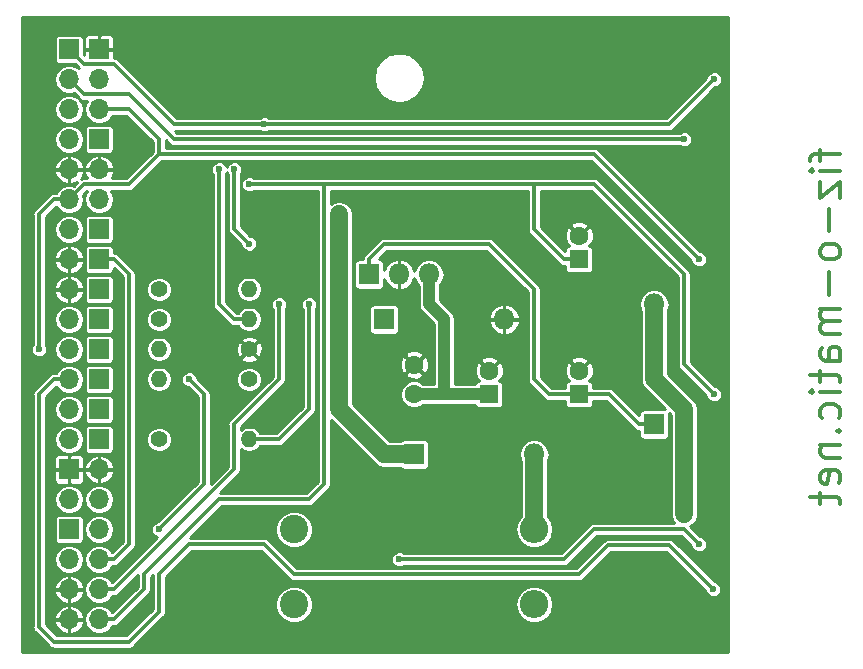
<source format=gbl>
G04 #@! TF.GenerationSoftware,KiCad,Pcbnew,(5.0.0-3-g5ebb6b6)*
G04 #@! TF.CreationDate,2018-12-30T11:26:31+01:00*
G04 #@! TF.ProjectId,Leiterfolie,4C6569746572666F6C69652E6B696361,rev?*
G04 #@! TF.SameCoordinates,Original*
G04 #@! TF.FileFunction,Copper,L2,Bot,Signal*
G04 #@! TF.FilePolarity,Positive*
%FSLAX46Y46*%
G04 Gerber Fmt 4.6, Leading zero omitted, Abs format (unit mm)*
G04 Created by KiCad (PCBNEW (5.0.0-3-g5ebb6b6)) date Sunday, 30. December 2018 um 11:26:31*
%MOMM*%
%LPD*%
G01*
G04 APERTURE LIST*
G04 #@! TA.AperFunction,NonConductor*
%ADD10C,0.375000*%
G04 #@! TD*
G04 #@! TA.AperFunction,ComponentPad*
%ADD11R,1.700000X1.700000*%
G04 #@! TD*
G04 #@! TA.AperFunction,ComponentPad*
%ADD12O,1.700000X1.700000*%
G04 #@! TD*
G04 #@! TA.AperFunction,ComponentPad*
%ADD13C,1.400000*%
G04 #@! TD*
G04 #@! TA.AperFunction,ComponentPad*
%ADD14O,1.400000X1.400000*%
G04 #@! TD*
G04 #@! TA.AperFunction,ComponentPad*
%ADD15R,1.600000X1.600000*%
G04 #@! TD*
G04 #@! TA.AperFunction,ComponentPad*
%ADD16C,1.600000*%
G04 #@! TD*
G04 #@! TA.AperFunction,ComponentPad*
%ADD17R,1.800000X1.800000*%
G04 #@! TD*
G04 #@! TA.AperFunction,ComponentPad*
%ADD18O,1.800000X1.800000*%
G04 #@! TD*
G04 #@! TA.AperFunction,ComponentPad*
%ADD19C,2.400000*%
G04 #@! TD*
G04 #@! TA.AperFunction,ComponentPad*
%ADD20O,2.400000X2.400000*%
G04 #@! TD*
G04 #@! TA.AperFunction,ViaPad*
%ADD21C,1.200000*%
G04 #@! TD*
G04 #@! TA.AperFunction,ViaPad*
%ADD22C,0.600000*%
G04 #@! TD*
G04 #@! TA.AperFunction,Conductor*
%ADD23C,1.500000*%
G04 #@! TD*
G04 #@! TA.AperFunction,Conductor*
%ADD24C,0.350000*%
G04 #@! TD*
G04 #@! TA.AperFunction,Conductor*
%ADD25C,1.000000*%
G04 #@! TD*
G04 #@! TA.AperFunction,Conductor*
%ADD26C,0.254000*%
G04 #@! TD*
G04 APERTURE END LIST*
D10*
X139799285Y-93585000D02*
X139799285Y-94537380D01*
X141465952Y-93942142D02*
X139323095Y-93942142D01*
X139085000Y-94061190D01*
X138965952Y-94299285D01*
X138965952Y-94537380D01*
X141465952Y-95370714D02*
X139799285Y-95370714D01*
X138965952Y-95370714D02*
X139085000Y-95251666D01*
X139204047Y-95370714D01*
X139085000Y-95489761D01*
X138965952Y-95370714D01*
X139204047Y-95370714D01*
X139799285Y-96323095D02*
X139799285Y-97632619D01*
X141465952Y-96323095D01*
X141465952Y-97632619D01*
X140513571Y-98585000D02*
X140513571Y-100489761D01*
X141465952Y-102037380D02*
X141346904Y-101799285D01*
X141227857Y-101680238D01*
X140989761Y-101561190D01*
X140275476Y-101561190D01*
X140037380Y-101680238D01*
X139918333Y-101799285D01*
X139799285Y-102037380D01*
X139799285Y-102394523D01*
X139918333Y-102632619D01*
X140037380Y-102751666D01*
X140275476Y-102870714D01*
X140989761Y-102870714D01*
X141227857Y-102751666D01*
X141346904Y-102632619D01*
X141465952Y-102394523D01*
X141465952Y-102037380D01*
X140513571Y-103942142D02*
X140513571Y-105846904D01*
X141465952Y-107037380D02*
X139799285Y-107037380D01*
X140037380Y-107037380D02*
X139918333Y-107156428D01*
X139799285Y-107394523D01*
X139799285Y-107751666D01*
X139918333Y-107989761D01*
X140156428Y-108108809D01*
X141465952Y-108108809D01*
X140156428Y-108108809D02*
X139918333Y-108227857D01*
X139799285Y-108465952D01*
X139799285Y-108823095D01*
X139918333Y-109061190D01*
X140156428Y-109180238D01*
X141465952Y-109180238D01*
X141465952Y-111442142D02*
X140156428Y-111442142D01*
X139918333Y-111323095D01*
X139799285Y-111085000D01*
X139799285Y-110608809D01*
X139918333Y-110370714D01*
X141346904Y-111442142D02*
X141465952Y-111204047D01*
X141465952Y-110608809D01*
X141346904Y-110370714D01*
X141108809Y-110251666D01*
X140870714Y-110251666D01*
X140632619Y-110370714D01*
X140513571Y-110608809D01*
X140513571Y-111204047D01*
X140394523Y-111442142D01*
X139799285Y-112275476D02*
X139799285Y-113227857D01*
X138965952Y-112632619D02*
X141108809Y-112632619D01*
X141346904Y-112751666D01*
X141465952Y-112989761D01*
X141465952Y-113227857D01*
X141465952Y-114061190D02*
X139799285Y-114061190D01*
X138965952Y-114061190D02*
X139085000Y-113942142D01*
X139204047Y-114061190D01*
X139085000Y-114180238D01*
X138965952Y-114061190D01*
X139204047Y-114061190D01*
X141346904Y-116323095D02*
X141465952Y-116085000D01*
X141465952Y-115608809D01*
X141346904Y-115370714D01*
X141227857Y-115251666D01*
X140989761Y-115132619D01*
X140275476Y-115132619D01*
X140037380Y-115251666D01*
X139918333Y-115370714D01*
X139799285Y-115608809D01*
X139799285Y-116085000D01*
X139918333Y-116323095D01*
X141227857Y-117394523D02*
X141346904Y-117513571D01*
X141465952Y-117394523D01*
X141346904Y-117275476D01*
X141227857Y-117394523D01*
X141465952Y-117394523D01*
X139799285Y-118585000D02*
X141465952Y-118585000D01*
X140037380Y-118585000D02*
X139918333Y-118704047D01*
X139799285Y-118942142D01*
X139799285Y-119299285D01*
X139918333Y-119537380D01*
X140156428Y-119656428D01*
X141465952Y-119656428D01*
X141346904Y-121799285D02*
X141465952Y-121561190D01*
X141465952Y-121085000D01*
X141346904Y-120846904D01*
X141108809Y-120727857D01*
X140156428Y-120727857D01*
X139918333Y-120846904D01*
X139799285Y-121085000D01*
X139799285Y-121561190D01*
X139918333Y-121799285D01*
X140156428Y-121918333D01*
X140394523Y-121918333D01*
X140632619Y-120727857D01*
X139799285Y-122632619D02*
X139799285Y-123585000D01*
X138965952Y-122989761D02*
X141108809Y-122989761D01*
X141346904Y-123108809D01*
X141465952Y-123346904D01*
X141465952Y-123585000D01*
D11*
G04 #@! TO.P,J1,1*
G04 #@! TO.N,GND*
X78740000Y-85090000D03*
D12*
G04 #@! TO.P,J1,2*
G04 #@! TO.N,+12V*
X78740000Y-87630000D03*
G04 #@! TO.P,J1,3*
G04 #@! TO.N,RPM*
X78740000Y-90170000D03*
G04 #@! TD*
D11*
G04 #@! TO.P,J2,1*
G04 #@! TO.N,/0.3BAR*
X76200000Y-85090000D03*
D12*
G04 #@! TO.P,J2,2*
G04 #@! TO.N,/1.8BAR*
X76200000Y-87630000D03*
G04 #@! TO.P,J2,3*
G04 #@! TO.N,+12V*
X76200000Y-90170000D03*
G04 #@! TO.P,J2,4*
G04 #@! TO.N,Net-(D5-Pad1)*
X76200000Y-92710000D03*
G04 #@! TO.P,J2,5*
G04 #@! TO.N,GND*
X76200000Y-95250000D03*
G04 #@! TO.P,J2,6*
G04 #@! TO.N,RPM*
X76200000Y-97790000D03*
G04 #@! TD*
D13*
G04 #@! TO.P,R6,1*
G04 #@! TO.N,+12V*
X91440000Y-113030000D03*
D14*
G04 #@! TO.P,R6,2*
G04 #@! TO.N,Net-(D2-Pad2)*
X83820000Y-113030000D03*
G04 #@! TD*
D13*
G04 #@! TO.P,R2,1*
G04 #@! TO.N,Net-(D3-Pad1)*
X83820000Y-118110000D03*
D14*
G04 #@! TO.P,R2,2*
G04 #@! TO.N,/BLINKER*
X91440000Y-118110000D03*
G04 #@! TD*
D11*
G04 #@! TO.P,D3,1*
G04 #@! TO.N,Net-(D3-Pad1)*
X78740000Y-118110000D03*
D12*
G04 #@! TO.P,D3,2*
G04 #@! TO.N,+12V*
X76200000Y-118110000D03*
G04 #@! TD*
D11*
G04 #@! TO.P,J5,1*
G04 #@! TO.N,UHR+*
X78740000Y-105410000D03*
D12*
G04 #@! TO.P,J5,2*
G04 #@! TO.N,GND*
X76200000Y-105410000D03*
G04 #@! TD*
D11*
G04 #@! TO.P,J6,1*
G04 #@! TO.N,WASSER*
X78740000Y-92710000D03*
D12*
G04 #@! TO.P,J6,2*
G04 #@! TO.N,GND*
X78740000Y-95250000D03*
G04 #@! TO.P,J6,3*
G04 #@! TO.N,VCC*
X78740000Y-97790000D03*
G04 #@! TD*
D11*
G04 #@! TO.P,D2,1*
G04 #@! TO.N,Net-(D1-Pad2)*
X78740000Y-115570000D03*
D12*
G04 #@! TO.P,D2,2*
G04 #@! TO.N,Net-(D2-Pad2)*
X76200000Y-115570000D03*
G04 #@! TD*
D11*
G04 #@! TO.P,D4,1*
G04 #@! TO.N,Net-(D4-Pad1)*
X78740000Y-113030000D03*
D12*
G04 #@! TO.P,D4,2*
G04 #@! TO.N,/FERNLICHT*
X76200000Y-113030000D03*
G04 #@! TD*
D11*
G04 #@! TO.P,D5,1*
G04 #@! TO.N,Net-(D5-Pad1)*
X78740000Y-110490000D03*
D12*
G04 #@! TO.P,D5,2*
G04 #@! TO.N,+12V*
X76200000Y-110490000D03*
G04 #@! TD*
D11*
G04 #@! TO.P,D6,1*
G04 #@! TO.N,Net-(D6-Pad1)*
X78740000Y-107950000D03*
D12*
G04 #@! TO.P,D6,2*
G04 #@! TO.N,+12V*
X76200000Y-107950000D03*
G04 #@! TD*
D11*
G04 #@! TO.P,J7,1*
G04 #@! TO.N,TANK*
X78740000Y-100330000D03*
D12*
G04 #@! TO.P,J7,2*
G04 #@! TO.N,VCC*
X76200000Y-100330000D03*
G04 #@! TD*
D11*
G04 #@! TO.P,J8,1*
G04 #@! TO.N,GND*
X76200000Y-120650000D03*
D12*
G04 #@! TO.P,J8,2*
X78740000Y-120650000D03*
G04 #@! TO.P,J8,3*
G04 #@! TO.N,+12V*
X76200000Y-123190000D03*
G04 #@! TO.P,J8,4*
X78740000Y-123190000D03*
G04 #@! TD*
D11*
G04 #@! TO.P,J4,1*
G04 #@! TO.N,INSTR.BEL*
X78740000Y-102870000D03*
D12*
G04 #@! TO.P,J4,2*
G04 #@! TO.N,GND*
X76200000Y-102870000D03*
G04 #@! TD*
D15*
G04 #@! TO.P,C1,1*
G04 #@! TO.N,Net-(C1-Pad1)*
X119380000Y-114300000D03*
D16*
G04 #@! TO.P,C1,2*
G04 #@! TO.N,GND*
X119380000Y-112300000D03*
G04 #@! TD*
D15*
G04 #@! TO.P,C2,1*
G04 #@! TO.N,VCC*
X111760000Y-114300000D03*
D16*
G04 #@! TO.P,C2,2*
G04 #@! TO.N,GND*
X111760000Y-112300000D03*
G04 #@! TD*
G04 #@! TO.P,C3,1*
G04 #@! TO.N,VCC*
X105410000Y-114300000D03*
G04 #@! TO.P,C3,2*
G04 #@! TO.N,GND*
X105410000Y-111800000D03*
G04 #@! TD*
D17*
G04 #@! TO.P,D1,1*
G04 #@! TO.N,/LADEKONTR.*
X105410000Y-119380000D03*
D18*
G04 #@! TO.P,D1,2*
G04 #@! TO.N,Net-(D1-Pad2)*
X115570000Y-119380000D03*
G04 #@! TD*
D17*
G04 #@! TO.P,D7,1*
G04 #@! TO.N,Net-(C1-Pad1)*
X125730000Y-116840000D03*
D18*
G04 #@! TO.P,D7,2*
G04 #@! TO.N,+12V*
X125730000Y-106680000D03*
G04 #@! TD*
D17*
G04 #@! TO.P,D8,1*
G04 #@! TO.N,+12V*
X102870000Y-107950000D03*
D18*
G04 #@! TO.P,D8,2*
G04 #@! TO.N,GND*
X113030000Y-107950000D03*
G04 #@! TD*
D13*
G04 #@! TO.P,R1,1*
G04 #@! TO.N,Net-(D5-Pad1)*
X83820000Y-107950000D03*
D14*
G04 #@! TO.P,R1,2*
G04 #@! TO.N,/0.3BAR*
X91440000Y-107950000D03*
G04 #@! TD*
D13*
G04 #@! TO.P,R3,1*
G04 #@! TO.N,Net-(D6-Pad1)*
X83820000Y-105410000D03*
D14*
G04 #@! TO.P,R3,2*
G04 #@! TO.N,/DIESEL*
X91440000Y-105410000D03*
G04 #@! TD*
D13*
G04 #@! TO.P,R7,1*
G04 #@! TO.N,GND*
X91440000Y-110490000D03*
D14*
G04 #@! TO.P,R7,2*
G04 #@! TO.N,Net-(D4-Pad1)*
X83820000Y-110490000D03*
G04 #@! TD*
D19*
G04 #@! TO.P,R4,1*
G04 #@! TO.N,+12V*
X95250000Y-132080000D03*
D20*
G04 #@! TO.P,R4,2*
G04 #@! TO.N,Net-(D1-Pad2)*
X115570000Y-132080000D03*
G04 #@! TD*
D19*
G04 #@! TO.P,R5,1*
G04 #@! TO.N,+12V*
X95250000Y-125730000D03*
D20*
G04 #@! TO.P,R5,2*
G04 #@! TO.N,Net-(D1-Pad2)*
X115570000Y-125730000D03*
G04 #@! TD*
D17*
G04 #@! TO.P,U1,1*
G04 #@! TO.N,Net-(C1-Pad1)*
X101600000Y-104140000D03*
D18*
G04 #@! TO.P,U1,2*
G04 #@! TO.N,GND*
X104140000Y-104140000D03*
G04 #@! TO.P,U1,3*
G04 #@! TO.N,VCC*
X106680000Y-104140000D03*
G04 #@! TD*
D11*
G04 #@! TO.P,J9,1*
G04 #@! TO.N,RPM*
X76200000Y-125730000D03*
D12*
G04 #@! TO.P,J9,2*
G04 #@! TO.N,UHR+*
X78740000Y-125730000D03*
G04 #@! TO.P,J9,3*
G04 #@! TO.N,+12V*
X76200000Y-128270000D03*
G04 #@! TO.P,J9,4*
G04 #@! TO.N,INSTR.BEL*
X78740000Y-128270000D03*
G04 #@! TO.P,J9,5*
G04 #@! TO.N,GND*
X76200000Y-130810000D03*
G04 #@! TO.P,J9,6*
G04 #@! TO.N,TANK*
X78740000Y-130810000D03*
G04 #@! TO.P,J9,7*
G04 #@! TO.N,GND*
X76200000Y-133350000D03*
G04 #@! TO.P,J9,8*
G04 #@! TO.N,WASSER*
X78740000Y-133350000D03*
G04 #@! TD*
D15*
G04 #@! TO.P,C4,1*
G04 #@! TO.N,WASSER*
X119380000Y-102870000D03*
D16*
G04 #@! TO.P,C4,2*
G04 #@! TO.N,GND*
X119380000Y-100870000D03*
G04 #@! TD*
D21*
G04 #@! TO.N,+12V*
X125730000Y-113030000D03*
X128270000Y-124460000D03*
G04 #@! TO.N,GND*
X130810000Y-125730000D03*
D22*
G04 #@! TO.N,/0.3BAR*
X92710000Y-91440000D03*
X88900000Y-95250000D03*
X130810000Y-87630000D03*
G04 #@! TO.N,/1.8BAR*
X128270000Y-92710000D03*
G04 #@! TO.N,/FERNLICHT*
X130740002Y-130810000D03*
G04 #@! TO.N,/BLINKER*
X96520000Y-106680000D03*
D21*
G04 #@! TO.N,/LADEKONTR.*
X99060000Y-99060000D03*
D22*
G04 #@! TO.N,/DIESEL*
X90170000Y-95250000D03*
X91440000Y-101530002D03*
G04 #@! TO.N,RPM*
X73660000Y-110490000D03*
X129540000Y-102870000D03*
G04 #@! TO.N,INSTR.BEL*
X129540000Y-127000000D03*
X104140000Y-128270000D03*
G04 #@! TO.N,UHR+*
X83820000Y-125730000D03*
X86360000Y-113030000D03*
G04 #@! TO.N,WASSER*
X130810000Y-114300000D03*
X91440000Y-96520000D03*
G04 #@! TO.N,TANK*
X93980000Y-106680000D03*
G04 #@! TD*
D23*
G04 #@! TO.N,+12V*
X125730000Y-113030000D02*
X128270000Y-115570000D01*
X125730000Y-106680000D02*
X125730000Y-113030000D01*
X128270000Y-115570000D02*
X128270000Y-124460000D01*
D24*
G04 #@! TO.N,/0.3BAR*
X91440000Y-107950000D02*
X90170000Y-107950000D01*
X88900000Y-106680000D02*
X88900000Y-95250000D01*
X90170000Y-107950000D02*
X88900000Y-106680000D01*
X77470000Y-86360000D02*
X76200000Y-85090000D01*
X80010000Y-86360000D02*
X77470000Y-86360000D01*
X85090000Y-91440000D02*
X80010000Y-86360000D01*
X127000000Y-91440000D02*
X92710000Y-91440000D01*
X92710000Y-91440000D02*
X85090000Y-91440000D01*
X130810000Y-87630000D02*
X127000000Y-91440000D01*
G04 #@! TO.N,/1.8BAR*
X77470000Y-88900000D02*
X76200000Y-87630000D01*
X81280000Y-88900000D02*
X77470000Y-88900000D01*
X85090000Y-92710000D02*
X81280000Y-88900000D01*
X128270000Y-92710000D02*
X85090000Y-92710000D01*
G04 #@! TO.N,/FERNLICHT*
X130740002Y-130810000D02*
X127000000Y-127069998D01*
X127000000Y-127069998D02*
X121850002Y-127069998D01*
X121850002Y-127069998D02*
X119380000Y-129540000D01*
X119380000Y-129540000D02*
X95250000Y-129540000D01*
X95250000Y-129540000D02*
X92710000Y-127000000D01*
X92710000Y-127000000D02*
X86360000Y-127000000D01*
X86360000Y-127000000D02*
X83820000Y-129540000D01*
X83820000Y-129540000D02*
X83820000Y-132715000D01*
X83820000Y-132715000D02*
X81280000Y-135255000D01*
X81280000Y-135255000D02*
X74930000Y-135255000D01*
X74930000Y-135255000D02*
X73660000Y-133985000D01*
X73660000Y-133985000D02*
X73660000Y-114300000D01*
X73660000Y-114300000D02*
X74930000Y-113030000D01*
X74930000Y-113030000D02*
X76200000Y-113030000D01*
G04 #@! TO.N,/BLINKER*
X93980000Y-118110000D02*
X91440000Y-118110000D01*
X96520000Y-115570000D02*
X96520000Y-106680000D01*
X93980000Y-118110000D02*
X96520000Y-115570000D01*
D23*
G04 #@! TO.N,/LADEKONTR.*
X102870000Y-119380000D02*
X105410000Y-119380000D01*
X99060000Y-115570000D02*
X102870000Y-119380000D01*
X99060000Y-99060000D02*
X99060000Y-115570000D01*
D24*
G04 #@! TO.N,/DIESEL*
X90170000Y-100260002D02*
X90170000Y-95250000D01*
X91440000Y-101530002D02*
X90170000Y-100260002D01*
D25*
G04 #@! TO.N,VCC*
X111760000Y-114300000D02*
X107950000Y-114300000D01*
X105410000Y-114300000D02*
X107950000Y-114300000D01*
X106680000Y-106680000D02*
X107950000Y-107950000D01*
X107950000Y-107950000D02*
X107950000Y-114300000D01*
X106680000Y-106680000D02*
X106680000Y-104140000D01*
D24*
G04 #@! TO.N,Net-(C1-Pad1)*
X119380000Y-114300000D02*
X121920000Y-114300000D01*
X124460000Y-116840000D02*
X125730000Y-116840000D01*
X121920000Y-114300000D02*
X124460000Y-116840000D01*
X101600000Y-104140000D02*
X101600000Y-102870000D01*
X116840000Y-114300000D02*
X119380000Y-114300000D01*
X115570000Y-113030000D02*
X116840000Y-114300000D01*
X115570000Y-105410000D02*
X115570000Y-113030000D01*
X111760000Y-101600000D02*
X115570000Y-105410000D01*
X102870000Y-101600000D02*
X111760000Y-101600000D01*
X101600000Y-102870000D02*
X102870000Y-101600000D01*
D23*
G04 #@! TO.N,Net-(D1-Pad2)*
X115570000Y-119380000D02*
X115570000Y-125730000D01*
D24*
G04 #@! TO.N,RPM*
X74930000Y-97790000D02*
X76200000Y-97790000D01*
X73660000Y-99060000D02*
X74930000Y-97790000D01*
X73660000Y-110490000D02*
X73660000Y-99060000D01*
X78740000Y-90170000D02*
X81280000Y-90170000D01*
X83820000Y-92710000D02*
X83820000Y-93980000D01*
X81280000Y-90170000D02*
X83820000Y-92710000D01*
X77470000Y-96520000D02*
X76200000Y-97790000D01*
X120650000Y-93980000D02*
X83820000Y-93980000D01*
X83820000Y-93980000D02*
X81280000Y-96520000D01*
X81280000Y-96520000D02*
X77470000Y-96520000D01*
X129540000Y-102870000D02*
X120650000Y-93980000D01*
G04 #@! TO.N,INSTR.BEL*
X78740000Y-128270000D02*
X80010000Y-128270000D01*
X80010000Y-128270000D02*
X81280000Y-127000000D01*
X81280000Y-127000000D02*
X81280000Y-104140000D01*
X81280000Y-104140000D02*
X80010000Y-102870000D01*
X80010000Y-102870000D02*
X78740000Y-102870000D01*
X129540000Y-127000000D02*
X128270000Y-125730000D01*
X128270000Y-125730000D02*
X120650000Y-125730000D01*
X120650000Y-125730000D02*
X118110000Y-128270000D01*
X118110000Y-128270000D02*
X104140000Y-128270000D01*
G04 #@! TO.N,UHR+*
X87630000Y-121920000D02*
X83820000Y-125730000D01*
X87630000Y-114300000D02*
X87630000Y-121920000D01*
X86360000Y-113030000D02*
X87630000Y-114300000D01*
G04 #@! TO.N,WASSER*
X119380000Y-102870000D02*
X118110000Y-102870000D01*
X115570000Y-100330000D02*
X115570000Y-96520000D01*
X118110000Y-102870000D02*
X115570000Y-100330000D01*
X78740000Y-133350000D02*
X80010000Y-133350000D01*
X97790000Y-121920000D02*
X97790000Y-96520000D01*
X96520000Y-123190000D02*
X97790000Y-121920000D01*
X88900000Y-123190000D02*
X96520000Y-123190000D01*
X82550000Y-129540000D02*
X88900000Y-123190000D01*
X82550000Y-130810000D02*
X82550000Y-129540000D01*
X80010000Y-133350000D02*
X82550000Y-130810000D01*
X130810000Y-114300000D02*
X128270000Y-111760000D01*
X128270000Y-111760000D02*
X128270000Y-104140000D01*
X128270000Y-104140000D02*
X120650000Y-96520000D01*
X97790000Y-96520000D02*
X91440000Y-96520000D01*
X120650000Y-96520000D02*
X115570000Y-96520000D01*
X115570000Y-96520000D02*
X97790000Y-96520000D01*
G04 #@! TO.N,TANK*
X78740000Y-130810000D02*
X80010000Y-130810000D01*
X80010000Y-130810000D02*
X90170000Y-120650000D01*
X90170000Y-120650000D02*
X90170000Y-116840000D01*
X90170000Y-116840000D02*
X93980000Y-113030000D01*
X93980000Y-113030000D02*
X93980000Y-106680000D01*
G04 #@! TD*
D26*
G04 #@! TO.N,GND*
G36*
X131953000Y-136069000D02*
X72211000Y-136069000D01*
X72211000Y-114300000D01*
X73093109Y-114300000D01*
X73104001Y-114354758D01*
X73104000Y-133930247D01*
X73093109Y-133985000D01*
X73104000Y-134039753D01*
X73104000Y-134039757D01*
X73136260Y-134201939D01*
X73259147Y-134385853D01*
X73305570Y-134416872D01*
X74498128Y-135609430D01*
X74529147Y-135655853D01*
X74713060Y-135778740D01*
X74875242Y-135811000D01*
X74875246Y-135811000D01*
X74929999Y-135821891D01*
X74984752Y-135811000D01*
X81225247Y-135811000D01*
X81280000Y-135821891D01*
X81334753Y-135811000D01*
X81334758Y-135811000D01*
X81496940Y-135778740D01*
X81680853Y-135655853D01*
X81711872Y-135609430D01*
X84174430Y-133146872D01*
X84220853Y-133115853D01*
X84343740Y-132931940D01*
X84376000Y-132769758D01*
X84376000Y-132769754D01*
X84386891Y-132715001D01*
X84376000Y-132660248D01*
X84376000Y-131765519D01*
X93669000Y-131765519D01*
X93669000Y-132394481D01*
X93909693Y-132975565D01*
X94354435Y-133420307D01*
X94935519Y-133661000D01*
X95564481Y-133661000D01*
X96145565Y-133420307D01*
X96590307Y-132975565D01*
X96831000Y-132394481D01*
X96831000Y-132080000D01*
X113958027Y-132080000D01*
X114080731Y-132696875D01*
X114430163Y-133219837D01*
X114953125Y-133569269D01*
X115414288Y-133661000D01*
X115725712Y-133661000D01*
X116186875Y-133569269D01*
X116709837Y-133219837D01*
X117059269Y-132696875D01*
X117181973Y-132080000D01*
X117059269Y-131463125D01*
X116709837Y-130940163D01*
X116186875Y-130590731D01*
X115725712Y-130499000D01*
X115414288Y-130499000D01*
X114953125Y-130590731D01*
X114430163Y-130940163D01*
X114080731Y-131463125D01*
X113958027Y-132080000D01*
X96831000Y-132080000D01*
X96831000Y-131765519D01*
X96590307Y-131184435D01*
X96145565Y-130739693D01*
X95564481Y-130499000D01*
X94935519Y-130499000D01*
X94354435Y-130739693D01*
X93909693Y-131184435D01*
X93669000Y-131765519D01*
X84376000Y-131765519D01*
X84376000Y-129770302D01*
X86590302Y-127556000D01*
X92479698Y-127556000D01*
X94818128Y-129894430D01*
X94849147Y-129940853D01*
X95033060Y-130063740D01*
X95195242Y-130096000D01*
X95195246Y-130096000D01*
X95249999Y-130106891D01*
X95304752Y-130096000D01*
X119325247Y-130096000D01*
X119380000Y-130106891D01*
X119434753Y-130096000D01*
X119434758Y-130096000D01*
X119596940Y-130063740D01*
X119780853Y-129940853D01*
X119811872Y-129894430D01*
X122080304Y-127625998D01*
X126769698Y-127625998D01*
X130059002Y-130915303D01*
X130059002Y-130945459D01*
X130162678Y-131195756D01*
X130354246Y-131387324D01*
X130604543Y-131491000D01*
X130875461Y-131491000D01*
X131125758Y-131387324D01*
X131317326Y-131195756D01*
X131421002Y-130945459D01*
X131421002Y-130674541D01*
X131317326Y-130424244D01*
X131125758Y-130232676D01*
X130875461Y-130129000D01*
X130845305Y-130129000D01*
X127431872Y-126715568D01*
X127400853Y-126669145D01*
X127216940Y-126546258D01*
X127054758Y-126513998D01*
X127054753Y-126513998D01*
X127000000Y-126503107D01*
X126945247Y-126513998D01*
X121904754Y-126513998D01*
X121850001Y-126503107D01*
X121795248Y-126513998D01*
X121795244Y-126513998D01*
X121633062Y-126546258D01*
X121449149Y-126669145D01*
X121418130Y-126715568D01*
X119149698Y-128984000D01*
X95480302Y-128984000D01*
X93141872Y-126645570D01*
X93110853Y-126599147D01*
X92926940Y-126476260D01*
X92764758Y-126444000D01*
X92764753Y-126444000D01*
X92710000Y-126433109D01*
X92655247Y-126444000D01*
X86432303Y-126444000D01*
X87460784Y-125415519D01*
X93669000Y-125415519D01*
X93669000Y-126044481D01*
X93909693Y-126625565D01*
X94354435Y-127070307D01*
X94935519Y-127311000D01*
X95564481Y-127311000D01*
X96145565Y-127070307D01*
X96590307Y-126625565D01*
X96831000Y-126044481D01*
X96831000Y-125730000D01*
X113958027Y-125730000D01*
X114080731Y-126346875D01*
X114430163Y-126869837D01*
X114953125Y-127219269D01*
X115414288Y-127311000D01*
X115725712Y-127311000D01*
X116186875Y-127219269D01*
X116709837Y-126869837D01*
X117059269Y-126346875D01*
X117181973Y-125730000D01*
X117059269Y-125113125D01*
X116709837Y-124590163D01*
X116701000Y-124584258D01*
X116701000Y-119993077D01*
X116776675Y-119879821D01*
X116876096Y-119380000D01*
X116776675Y-118880179D01*
X116493549Y-118456451D01*
X116069821Y-118173325D01*
X115696166Y-118099000D01*
X115443834Y-118099000D01*
X115070179Y-118173325D01*
X114646451Y-118456451D01*
X114363325Y-118880179D01*
X114263904Y-119380000D01*
X114363325Y-119879821D01*
X114439000Y-119993077D01*
X114439001Y-124584258D01*
X114430163Y-124590163D01*
X114080731Y-125113125D01*
X113958027Y-125730000D01*
X96831000Y-125730000D01*
X96831000Y-125415519D01*
X96590307Y-124834435D01*
X96145565Y-124389693D01*
X95564481Y-124149000D01*
X94935519Y-124149000D01*
X94354435Y-124389693D01*
X93909693Y-124834435D01*
X93669000Y-125415519D01*
X87460784Y-125415519D01*
X89130303Y-123746000D01*
X96465247Y-123746000D01*
X96520000Y-123756891D01*
X96574753Y-123746000D01*
X96574758Y-123746000D01*
X96736940Y-123713740D01*
X96920853Y-123590853D01*
X96951872Y-123544430D01*
X98144431Y-122351871D01*
X98190853Y-122320853D01*
X98313740Y-122136940D01*
X98346000Y-121974758D01*
X98346000Y-121974754D01*
X98356891Y-121920001D01*
X98346000Y-121865248D01*
X98346000Y-116455475D01*
X101991499Y-120100975D01*
X102054595Y-120195405D01*
X102149025Y-120258501D01*
X102149027Y-120258503D01*
X102428706Y-120445378D01*
X102870000Y-120533157D01*
X102981391Y-120511000D01*
X104206124Y-120511000D01*
X104235314Y-120554686D01*
X104361341Y-120638894D01*
X104510000Y-120668464D01*
X106310000Y-120668464D01*
X106458659Y-120638894D01*
X106584686Y-120554686D01*
X106668894Y-120428659D01*
X106698464Y-120280000D01*
X106698464Y-118480000D01*
X106668894Y-118331341D01*
X106584686Y-118205314D01*
X106458659Y-118121106D01*
X106310000Y-118091536D01*
X104510000Y-118091536D01*
X104361341Y-118121106D01*
X104235314Y-118205314D01*
X104206124Y-118249000D01*
X103338476Y-118249000D01*
X100191000Y-115101525D01*
X100191000Y-112628796D01*
X104616559Y-112628796D01*
X104692632Y-112829905D01*
X105141366Y-113026033D01*
X105630997Y-113035509D01*
X106086983Y-112856889D01*
X106127368Y-112829905D01*
X106203441Y-112628796D01*
X105410000Y-111835355D01*
X104616559Y-112628796D01*
X100191000Y-112628796D01*
X100191000Y-112020997D01*
X104174491Y-112020997D01*
X104353111Y-112476983D01*
X104380095Y-112517368D01*
X104581204Y-112593441D01*
X105374645Y-111800000D01*
X105445355Y-111800000D01*
X106238796Y-112593441D01*
X106439905Y-112517368D01*
X106636033Y-112068634D01*
X106645509Y-111579003D01*
X106466889Y-111123017D01*
X106439905Y-111082632D01*
X106238796Y-111006559D01*
X105445355Y-111800000D01*
X105374645Y-111800000D01*
X104581204Y-111006559D01*
X104380095Y-111082632D01*
X104183967Y-111531366D01*
X104174491Y-112020997D01*
X100191000Y-112020997D01*
X100191000Y-110971204D01*
X104616559Y-110971204D01*
X105410000Y-111764645D01*
X106203441Y-110971204D01*
X106127368Y-110770095D01*
X105678634Y-110573967D01*
X105189003Y-110564491D01*
X104733017Y-110743111D01*
X104692632Y-110770095D01*
X104616559Y-110971204D01*
X100191000Y-110971204D01*
X100191000Y-107050000D01*
X101581536Y-107050000D01*
X101581536Y-108850000D01*
X101611106Y-108998659D01*
X101695314Y-109124686D01*
X101821341Y-109208894D01*
X101970000Y-109238464D01*
X103770000Y-109238464D01*
X103918659Y-109208894D01*
X104044686Y-109124686D01*
X104128894Y-108998659D01*
X104158464Y-108850000D01*
X104158464Y-107050000D01*
X104128894Y-106901341D01*
X104044686Y-106775314D01*
X103918659Y-106691106D01*
X103770000Y-106661536D01*
X101970000Y-106661536D01*
X101821341Y-106691106D01*
X101695314Y-106775314D01*
X101611106Y-106901341D01*
X101581536Y-107050000D01*
X100191000Y-107050000D01*
X100191000Y-103240000D01*
X100311536Y-103240000D01*
X100311536Y-105040000D01*
X100341106Y-105188659D01*
X100425314Y-105314686D01*
X100551341Y-105398894D01*
X100700000Y-105428464D01*
X102500000Y-105428464D01*
X102648659Y-105398894D01*
X102774686Y-105314686D01*
X102858894Y-105188659D01*
X102888464Y-105040000D01*
X102888464Y-104536515D01*
X103048692Y-104901980D01*
X103423360Y-105261603D01*
X103907130Y-105450472D01*
X104115000Y-105363017D01*
X104115000Y-104165000D01*
X104095000Y-104165000D01*
X104095000Y-104115000D01*
X104115000Y-104115000D01*
X104115000Y-102916983D01*
X104165000Y-102916983D01*
X104165000Y-104115000D01*
X104185000Y-104115000D01*
X104185000Y-104165000D01*
X104165000Y-104165000D01*
X104165000Y-105363017D01*
X104372870Y-105450472D01*
X104856640Y-105261603D01*
X105231308Y-104901980D01*
X105433663Y-104440427D01*
X105473325Y-104639821D01*
X105756451Y-105063549D01*
X105799001Y-105091980D01*
X105799000Y-106593237D01*
X105781742Y-106680000D01*
X105799000Y-106766763D01*
X105799000Y-106766766D01*
X105850117Y-107023748D01*
X106044835Y-107315165D01*
X106118395Y-107364317D01*
X107069000Y-108314922D01*
X107069001Y-113419000D01*
X106199186Y-113419000D01*
X106078983Y-113298797D01*
X105644915Y-113119000D01*
X105175085Y-113119000D01*
X104741017Y-113298797D01*
X104408797Y-113631017D01*
X104229000Y-114065085D01*
X104229000Y-114534915D01*
X104408797Y-114968983D01*
X104741017Y-115301203D01*
X105175085Y-115481000D01*
X105644915Y-115481000D01*
X106078983Y-115301203D01*
X106199186Y-115181000D01*
X107863233Y-115181000D01*
X107950000Y-115198259D01*
X108036767Y-115181000D01*
X110587648Y-115181000D01*
X110601106Y-115248659D01*
X110685314Y-115374686D01*
X110811341Y-115458894D01*
X110960000Y-115488464D01*
X112560000Y-115488464D01*
X112708659Y-115458894D01*
X112834686Y-115374686D01*
X112918894Y-115248659D01*
X112948464Y-115100000D01*
X112948464Y-113500000D01*
X112918894Y-113351341D01*
X112834686Y-113225314D01*
X112708659Y-113141106D01*
X112618539Y-113123180D01*
X112588799Y-113093440D01*
X112789905Y-113017368D01*
X112986033Y-112568634D01*
X112995509Y-112079003D01*
X112816889Y-111623017D01*
X112789905Y-111582632D01*
X112588796Y-111506559D01*
X111795355Y-112300000D01*
X111809498Y-112314143D01*
X111774143Y-112349498D01*
X111760000Y-112335355D01*
X111745858Y-112349498D01*
X111710503Y-112314143D01*
X111724645Y-112300000D01*
X110931204Y-111506559D01*
X110730095Y-111582632D01*
X110533967Y-112031366D01*
X110524491Y-112520997D01*
X110703111Y-112976983D01*
X110730095Y-113017368D01*
X110931201Y-113093440D01*
X110901461Y-113123180D01*
X110811341Y-113141106D01*
X110685314Y-113225314D01*
X110601106Y-113351341D01*
X110587648Y-113419000D01*
X108831000Y-113419000D01*
X108831000Y-111471204D01*
X110966559Y-111471204D01*
X111760000Y-112264645D01*
X112553441Y-111471204D01*
X112477368Y-111270095D01*
X112028634Y-111073967D01*
X111539003Y-111064491D01*
X111083017Y-111243111D01*
X111042632Y-111270095D01*
X110966559Y-111471204D01*
X108831000Y-111471204D01*
X108831000Y-108182870D01*
X111719530Y-108182870D01*
X111730166Y-108236352D01*
X111938692Y-108711980D01*
X112313360Y-109071603D01*
X112797130Y-109260472D01*
X113005000Y-109173017D01*
X113005000Y-107975000D01*
X113055000Y-107975000D01*
X113055000Y-109173017D01*
X113262870Y-109260472D01*
X113746640Y-109071603D01*
X114121308Y-108711980D01*
X114329834Y-108236352D01*
X114340470Y-108182870D01*
X114252995Y-107975000D01*
X113055000Y-107975000D01*
X113005000Y-107975000D01*
X111807005Y-107975000D01*
X111719530Y-108182870D01*
X108831000Y-108182870D01*
X108831000Y-108036761D01*
X108848258Y-107949999D01*
X108831000Y-107863238D01*
X108831000Y-107863233D01*
X108801939Y-107717130D01*
X111719530Y-107717130D01*
X111807005Y-107925000D01*
X113005000Y-107925000D01*
X113005000Y-106726983D01*
X113055000Y-106726983D01*
X113055000Y-107925000D01*
X114252995Y-107925000D01*
X114340470Y-107717130D01*
X114329834Y-107663648D01*
X114121308Y-107188020D01*
X113746640Y-106828397D01*
X113262870Y-106639528D01*
X113055000Y-106726983D01*
X113005000Y-106726983D01*
X112797130Y-106639528D01*
X112313360Y-106828397D01*
X111938692Y-107188020D01*
X111730166Y-107663648D01*
X111719530Y-107717130D01*
X108801939Y-107717130D01*
X108779883Y-107606251D01*
X108585165Y-107314835D01*
X108511608Y-107265686D01*
X107561000Y-106315079D01*
X107561000Y-105091979D01*
X107603549Y-105063549D01*
X107886675Y-104639821D01*
X107986096Y-104140000D01*
X107886675Y-103640179D01*
X107603549Y-103216451D01*
X107179821Y-102933325D01*
X106806166Y-102859000D01*
X106553834Y-102859000D01*
X106180179Y-102933325D01*
X105756451Y-103216451D01*
X105473325Y-103640179D01*
X105433663Y-103839573D01*
X105231308Y-103378020D01*
X104856640Y-103018397D01*
X104372870Y-102829528D01*
X104165000Y-102916983D01*
X104115000Y-102916983D01*
X103907130Y-102829528D01*
X103423360Y-103018397D01*
X103048692Y-103378020D01*
X102888464Y-103743485D01*
X102888464Y-103240000D01*
X102858894Y-103091341D01*
X102774686Y-102965314D01*
X102648659Y-102881106D01*
X102500000Y-102851536D01*
X102404766Y-102851536D01*
X103100302Y-102156000D01*
X111529698Y-102156000D01*
X115014000Y-105640303D01*
X115014001Y-112975242D01*
X115003109Y-113030000D01*
X115014001Y-113084757D01*
X115014001Y-113084758D01*
X115020812Y-113119000D01*
X115046261Y-113246940D01*
X115138129Y-113384431D01*
X115138130Y-113384432D01*
X115169148Y-113430853D01*
X115215568Y-113461870D01*
X116408128Y-114654430D01*
X116439147Y-114700853D01*
X116623060Y-114823740D01*
X116785242Y-114856000D01*
X116785246Y-114856000D01*
X116839999Y-114866891D01*
X116894752Y-114856000D01*
X118191536Y-114856000D01*
X118191536Y-115100000D01*
X118221106Y-115248659D01*
X118305314Y-115374686D01*
X118431341Y-115458894D01*
X118580000Y-115488464D01*
X120180000Y-115488464D01*
X120328659Y-115458894D01*
X120454686Y-115374686D01*
X120538894Y-115248659D01*
X120568464Y-115100000D01*
X120568464Y-114856000D01*
X121689698Y-114856000D01*
X124028128Y-117194430D01*
X124059147Y-117240853D01*
X124243060Y-117363740D01*
X124405242Y-117396000D01*
X124405246Y-117396000D01*
X124441536Y-117403218D01*
X124441536Y-117740000D01*
X124471106Y-117888659D01*
X124555314Y-118014686D01*
X124681341Y-118098894D01*
X124830000Y-118128464D01*
X126630000Y-118128464D01*
X126778659Y-118098894D01*
X126904686Y-118014686D01*
X126988894Y-117888659D01*
X127018464Y-117740000D01*
X127018464Y-115940000D01*
X127012986Y-115912461D01*
X127139000Y-116038475D01*
X127139001Y-124571391D01*
X127204623Y-124901294D01*
X127386839Y-125174000D01*
X120704752Y-125174000D01*
X120649999Y-125163109D01*
X120595246Y-125174000D01*
X120595242Y-125174000D01*
X120433060Y-125206260D01*
X120249147Y-125329147D01*
X120218129Y-125375569D01*
X117879698Y-127714000D01*
X104547080Y-127714000D01*
X104525756Y-127692676D01*
X104275459Y-127589000D01*
X104004541Y-127589000D01*
X103754244Y-127692676D01*
X103562676Y-127884244D01*
X103459000Y-128134541D01*
X103459000Y-128405459D01*
X103562676Y-128655756D01*
X103754244Y-128847324D01*
X104004541Y-128951000D01*
X104275459Y-128951000D01*
X104525756Y-128847324D01*
X104547080Y-128826000D01*
X118055247Y-128826000D01*
X118110000Y-128836891D01*
X118164753Y-128826000D01*
X118164758Y-128826000D01*
X118326940Y-128793740D01*
X118510853Y-128670853D01*
X118541872Y-128624430D01*
X120880302Y-126286000D01*
X128039698Y-126286000D01*
X128859000Y-127105302D01*
X128859000Y-127135459D01*
X128962676Y-127385756D01*
X129154244Y-127577324D01*
X129404541Y-127681000D01*
X129675459Y-127681000D01*
X129925756Y-127577324D01*
X130117324Y-127385756D01*
X130221000Y-127135459D01*
X130221000Y-126864541D01*
X130117324Y-126614244D01*
X129925756Y-126422676D01*
X129675459Y-126319000D01*
X129645302Y-126319000D01*
X128795449Y-125469147D01*
X129085405Y-125275405D01*
X129335378Y-124901294D01*
X129401000Y-124571391D01*
X129401000Y-115681385D01*
X129423156Y-115569999D01*
X129401000Y-115458613D01*
X129401000Y-115458609D01*
X129335378Y-115128706D01*
X129085405Y-114754595D01*
X128990972Y-114691497D01*
X126861000Y-112561525D01*
X126861000Y-107293077D01*
X126936675Y-107179821D01*
X127036096Y-106680000D01*
X126936675Y-106180179D01*
X126653549Y-105756451D01*
X126229821Y-105473325D01*
X125856166Y-105399000D01*
X125603834Y-105399000D01*
X125230179Y-105473325D01*
X124806451Y-105756451D01*
X124523325Y-106180179D01*
X124423904Y-106680000D01*
X124523325Y-107179821D01*
X124599000Y-107293077D01*
X124599001Y-112918610D01*
X124576844Y-113030000D01*
X124599001Y-113141391D01*
X124615658Y-113225133D01*
X124664623Y-113471294D01*
X124851497Y-113750972D01*
X124851500Y-113750975D01*
X124914596Y-113845405D01*
X125009026Y-113908501D01*
X126657539Y-115557014D01*
X126630000Y-115551536D01*
X124830000Y-115551536D01*
X124681341Y-115581106D01*
X124555314Y-115665314D01*
X124471106Y-115791341D01*
X124441536Y-115940000D01*
X124441536Y-116035234D01*
X122351871Y-113945569D01*
X122320853Y-113899147D01*
X122136940Y-113776260D01*
X121974758Y-113744000D01*
X121974753Y-113744000D01*
X121920000Y-113733109D01*
X121865247Y-113744000D01*
X120568464Y-113744000D01*
X120568464Y-113500000D01*
X120538894Y-113351341D01*
X120454686Y-113225314D01*
X120328659Y-113141106D01*
X120238539Y-113123180D01*
X120208799Y-113093440D01*
X120409905Y-113017368D01*
X120606033Y-112568634D01*
X120615509Y-112079003D01*
X120436889Y-111623017D01*
X120409905Y-111582632D01*
X120208796Y-111506559D01*
X119415355Y-112300000D01*
X119429498Y-112314143D01*
X119394143Y-112349498D01*
X119380000Y-112335355D01*
X119365858Y-112349498D01*
X119330503Y-112314143D01*
X119344645Y-112300000D01*
X118551204Y-111506559D01*
X118350095Y-111582632D01*
X118153967Y-112031366D01*
X118144491Y-112520997D01*
X118323111Y-112976983D01*
X118350095Y-113017368D01*
X118551201Y-113093440D01*
X118521461Y-113123180D01*
X118431341Y-113141106D01*
X118305314Y-113225314D01*
X118221106Y-113351341D01*
X118191536Y-113500000D01*
X118191536Y-113744000D01*
X117070302Y-113744000D01*
X116126000Y-112799698D01*
X116126000Y-111471204D01*
X118586559Y-111471204D01*
X119380000Y-112264645D01*
X120173441Y-111471204D01*
X120097368Y-111270095D01*
X119648634Y-111073967D01*
X119159003Y-111064491D01*
X118703017Y-111243111D01*
X118662632Y-111270095D01*
X118586559Y-111471204D01*
X116126000Y-111471204D01*
X116126000Y-105464754D01*
X116136891Y-105410000D01*
X116126000Y-105355246D01*
X116126000Y-105355242D01*
X116093740Y-105193060D01*
X116093740Y-105193059D01*
X116001871Y-105055568D01*
X116001870Y-105055567D01*
X115970853Y-105009147D01*
X115924434Y-104978131D01*
X112191872Y-101245570D01*
X112160853Y-101199147D01*
X111976940Y-101076260D01*
X111814758Y-101044000D01*
X111814753Y-101044000D01*
X111760000Y-101033109D01*
X111705247Y-101044000D01*
X102924752Y-101044000D01*
X102869999Y-101033109D01*
X102815246Y-101044000D01*
X102815242Y-101044000D01*
X102653060Y-101076260D01*
X102469147Y-101199147D01*
X102438128Y-101245570D01*
X101245568Y-102438130D01*
X101199148Y-102469147D01*
X101168131Y-102515567D01*
X101168129Y-102515569D01*
X101076261Y-102653060D01*
X101036782Y-102851536D01*
X100700000Y-102851536D01*
X100551341Y-102881106D01*
X100425314Y-102965314D01*
X100341106Y-103091341D01*
X100311536Y-103240000D01*
X100191000Y-103240000D01*
X100191000Y-98948609D01*
X100125378Y-98618706D01*
X99875405Y-98244595D01*
X99501293Y-97994622D01*
X99060000Y-97906843D01*
X98618706Y-97994622D01*
X98346000Y-98176838D01*
X98346000Y-97076000D01*
X115014001Y-97076000D01*
X115014000Y-100275247D01*
X115003109Y-100330000D01*
X115014000Y-100384753D01*
X115014000Y-100384757D01*
X115046260Y-100546939D01*
X115169147Y-100730853D01*
X115215570Y-100761872D01*
X117678128Y-103224430D01*
X117709147Y-103270853D01*
X117893060Y-103393740D01*
X118055242Y-103426000D01*
X118055246Y-103426000D01*
X118109999Y-103436891D01*
X118164752Y-103426000D01*
X118191536Y-103426000D01*
X118191536Y-103670000D01*
X118221106Y-103818659D01*
X118305314Y-103944686D01*
X118431341Y-104028894D01*
X118580000Y-104058464D01*
X120180000Y-104058464D01*
X120328659Y-104028894D01*
X120454686Y-103944686D01*
X120538894Y-103818659D01*
X120568464Y-103670000D01*
X120568464Y-102070000D01*
X120538894Y-101921341D01*
X120454686Y-101795314D01*
X120328659Y-101711106D01*
X120238539Y-101693180D01*
X120208799Y-101663440D01*
X120409905Y-101587368D01*
X120606033Y-101138634D01*
X120615509Y-100649003D01*
X120436889Y-100193017D01*
X120409905Y-100152632D01*
X120208796Y-100076559D01*
X119415355Y-100870000D01*
X119429498Y-100884143D01*
X119394143Y-100919498D01*
X119380000Y-100905355D01*
X119365858Y-100919498D01*
X119330503Y-100884143D01*
X119344645Y-100870000D01*
X118551204Y-100076559D01*
X118350095Y-100152632D01*
X118153967Y-100601366D01*
X118144491Y-101090997D01*
X118323111Y-101546983D01*
X118350095Y-101587368D01*
X118551201Y-101663440D01*
X118521461Y-101693180D01*
X118431341Y-101711106D01*
X118305314Y-101795314D01*
X118221106Y-101921341D01*
X118191536Y-102070000D01*
X118191536Y-102165234D01*
X116126000Y-100099698D01*
X116126000Y-100041204D01*
X118586559Y-100041204D01*
X119380000Y-100834645D01*
X120173441Y-100041204D01*
X120097368Y-99840095D01*
X119648634Y-99643967D01*
X119159003Y-99634491D01*
X118703017Y-99813111D01*
X118662632Y-99840095D01*
X118586559Y-100041204D01*
X116126000Y-100041204D01*
X116126000Y-97076000D01*
X120419698Y-97076000D01*
X127714001Y-104370303D01*
X127714000Y-111705247D01*
X127703109Y-111760000D01*
X127714000Y-111814753D01*
X127714000Y-111814757D01*
X127746260Y-111976939D01*
X127869147Y-112160853D01*
X127915570Y-112191872D01*
X130129000Y-114405302D01*
X130129000Y-114435459D01*
X130232676Y-114685756D01*
X130424244Y-114877324D01*
X130674541Y-114981000D01*
X130945459Y-114981000D01*
X131195756Y-114877324D01*
X131387324Y-114685756D01*
X131491000Y-114435459D01*
X131491000Y-114164541D01*
X131387324Y-113914244D01*
X131195756Y-113722676D01*
X130945459Y-113619000D01*
X130915302Y-113619000D01*
X128826000Y-111529698D01*
X128826000Y-104194752D01*
X128836891Y-104139999D01*
X128826000Y-104085246D01*
X128826000Y-104085242D01*
X128793740Y-103923060D01*
X128670853Y-103739147D01*
X128624430Y-103708128D01*
X121081871Y-96165569D01*
X121050853Y-96119147D01*
X120866940Y-95996260D01*
X120704758Y-95964000D01*
X120704753Y-95964000D01*
X120650000Y-95953109D01*
X120595247Y-95964000D01*
X115624758Y-95964000D01*
X115570000Y-95953108D01*
X115515242Y-95964000D01*
X97844758Y-95964000D01*
X97790000Y-95953108D01*
X97735242Y-95964000D01*
X91847080Y-95964000D01*
X91825756Y-95942676D01*
X91575459Y-95839000D01*
X91304541Y-95839000D01*
X91054244Y-95942676D01*
X90862676Y-96134244D01*
X90759000Y-96384541D01*
X90759000Y-96655459D01*
X90862676Y-96905756D01*
X91054244Y-97097324D01*
X91304541Y-97201000D01*
X91575459Y-97201000D01*
X91825756Y-97097324D01*
X91847080Y-97076000D01*
X97234001Y-97076000D01*
X97234000Y-121689698D01*
X96289698Y-122634000D01*
X88972303Y-122634000D01*
X90524434Y-121081869D01*
X90570853Y-121050853D01*
X90693740Y-120866940D01*
X90726000Y-120704758D01*
X90726000Y-120704753D01*
X90736891Y-120650000D01*
X90726000Y-120595247D01*
X90726000Y-118933029D01*
X91018215Y-119128280D01*
X91333531Y-119191000D01*
X91546469Y-119191000D01*
X91861785Y-119128280D01*
X92219358Y-118889358D01*
X92368601Y-118666000D01*
X93925247Y-118666000D01*
X93980000Y-118676891D01*
X94034753Y-118666000D01*
X94034758Y-118666000D01*
X94196940Y-118633740D01*
X94380853Y-118510853D01*
X94411872Y-118464430D01*
X96874431Y-116001871D01*
X96920853Y-115970853D01*
X97043740Y-115786940D01*
X97076000Y-115624758D01*
X97076000Y-115624754D01*
X97086891Y-115570001D01*
X97076000Y-115515248D01*
X97076000Y-107087080D01*
X97097324Y-107065756D01*
X97201000Y-106815459D01*
X97201000Y-106544541D01*
X97097324Y-106294244D01*
X96905756Y-106102676D01*
X96655459Y-105999000D01*
X96384541Y-105999000D01*
X96134244Y-106102676D01*
X95942676Y-106294244D01*
X95839000Y-106544541D01*
X95839000Y-106815459D01*
X95942676Y-107065756D01*
X95964001Y-107087081D01*
X95964000Y-115339698D01*
X93749698Y-117554000D01*
X92368601Y-117554000D01*
X92219358Y-117330642D01*
X91861785Y-117091720D01*
X91546469Y-117029000D01*
X91333531Y-117029000D01*
X91018215Y-117091720D01*
X90726000Y-117286971D01*
X90726000Y-117070302D01*
X94334434Y-113461869D01*
X94380853Y-113430853D01*
X94411871Y-113384432D01*
X94503740Y-113246941D01*
X94510660Y-113212153D01*
X94536000Y-113084758D01*
X94536000Y-113084754D01*
X94546891Y-113030000D01*
X94536000Y-112975246D01*
X94536000Y-107087080D01*
X94557324Y-107065756D01*
X94661000Y-106815459D01*
X94661000Y-106544541D01*
X94557324Y-106294244D01*
X94365756Y-106102676D01*
X94115459Y-105999000D01*
X93844541Y-105999000D01*
X93594244Y-106102676D01*
X93402676Y-106294244D01*
X93299000Y-106544541D01*
X93299000Y-106815459D01*
X93402676Y-107065756D01*
X93424001Y-107087081D01*
X93424000Y-112799697D01*
X89815568Y-116408130D01*
X89769148Y-116439147D01*
X89738131Y-116485567D01*
X89738129Y-116485569D01*
X89646261Y-116623060D01*
X89603109Y-116840000D01*
X89614001Y-116894758D01*
X89614000Y-120419697D01*
X88186000Y-121847697D01*
X88186000Y-114354752D01*
X88196891Y-114299999D01*
X88186000Y-114245246D01*
X88186000Y-114245242D01*
X88153740Y-114083060D01*
X88030853Y-113899147D01*
X87984431Y-113868129D01*
X87041000Y-112924698D01*
X87041000Y-112894541D01*
X87008044Y-112814976D01*
X90359000Y-112814976D01*
X90359000Y-113245024D01*
X90523572Y-113642337D01*
X90827663Y-113946428D01*
X91224976Y-114111000D01*
X91655024Y-114111000D01*
X92052337Y-113946428D01*
X92356428Y-113642337D01*
X92521000Y-113245024D01*
X92521000Y-112814976D01*
X92356428Y-112417663D01*
X92052337Y-112113572D01*
X91655024Y-111949000D01*
X91224976Y-111949000D01*
X90827663Y-112113572D01*
X90523572Y-112417663D01*
X90359000Y-112814976D01*
X87008044Y-112814976D01*
X86937324Y-112644244D01*
X86745756Y-112452676D01*
X86495459Y-112349000D01*
X86224541Y-112349000D01*
X85974244Y-112452676D01*
X85782676Y-112644244D01*
X85679000Y-112894541D01*
X85679000Y-113165459D01*
X85782676Y-113415756D01*
X85974244Y-113607324D01*
X86224541Y-113711000D01*
X86254698Y-113711000D01*
X87074000Y-114530302D01*
X87074001Y-121689696D01*
X83714698Y-125049000D01*
X83684541Y-125049000D01*
X83434244Y-125152676D01*
X83242676Y-125344244D01*
X83139000Y-125594541D01*
X83139000Y-125865459D01*
X83242676Y-126115756D01*
X83434244Y-126307324D01*
X83640811Y-126392887D01*
X79821243Y-130212455D01*
X79627501Y-129922499D01*
X79220312Y-129650424D01*
X78861239Y-129579000D01*
X78618761Y-129579000D01*
X78259688Y-129650424D01*
X77852499Y-129922499D01*
X77580424Y-130329688D01*
X77484884Y-130810000D01*
X77580424Y-131290312D01*
X77852499Y-131697501D01*
X78259688Y-131969576D01*
X78618761Y-132041000D01*
X78861239Y-132041000D01*
X79220312Y-131969576D01*
X79627501Y-131697501D01*
X79849003Y-131366000D01*
X79955247Y-131366000D01*
X80010000Y-131376891D01*
X80064753Y-131366000D01*
X80064758Y-131366000D01*
X80226940Y-131333740D01*
X80410853Y-131210853D01*
X80441872Y-131164430D01*
X81994001Y-129612301D01*
X81994000Y-130579698D01*
X79821243Y-132752455D01*
X79627501Y-132462499D01*
X79220312Y-132190424D01*
X78861239Y-132119000D01*
X78618761Y-132119000D01*
X78259688Y-132190424D01*
X77852499Y-132462499D01*
X77580424Y-132869688D01*
X77484884Y-133350000D01*
X77580424Y-133830312D01*
X77852499Y-134237501D01*
X78259688Y-134509576D01*
X78618761Y-134581000D01*
X78861239Y-134581000D01*
X79220312Y-134509576D01*
X79627501Y-134237501D01*
X79849003Y-133906000D01*
X79955247Y-133906000D01*
X80010000Y-133916891D01*
X80064753Y-133906000D01*
X80064758Y-133906000D01*
X80226940Y-133873740D01*
X80410853Y-133750853D01*
X80441872Y-133704430D01*
X82904431Y-131241871D01*
X82950853Y-131210853D01*
X83073740Y-131026940D01*
X83106000Y-130864758D01*
X83106000Y-130864754D01*
X83116891Y-130810001D01*
X83106000Y-130755248D01*
X83106000Y-129770302D01*
X83264000Y-129612302D01*
X83264001Y-132484697D01*
X81049698Y-134699000D01*
X75160302Y-134699000D01*
X74216000Y-133754698D01*
X74216000Y-133575047D01*
X74938923Y-133575047D01*
X74948794Y-133624678D01*
X75149151Y-134082585D01*
X75509490Y-134428963D01*
X75974953Y-134611079D01*
X76175000Y-134523008D01*
X76175000Y-133375000D01*
X76225000Y-133375000D01*
X76225000Y-134523008D01*
X76425047Y-134611079D01*
X76890510Y-134428963D01*
X77250849Y-134082585D01*
X77451206Y-133624678D01*
X77461077Y-133575047D01*
X77372984Y-133375000D01*
X76225000Y-133375000D01*
X76175000Y-133375000D01*
X75027016Y-133375000D01*
X74938923Y-133575047D01*
X74216000Y-133575047D01*
X74216000Y-133124953D01*
X74938923Y-133124953D01*
X75027016Y-133325000D01*
X76175000Y-133325000D01*
X76175000Y-132176992D01*
X76225000Y-132176992D01*
X76225000Y-133325000D01*
X77372984Y-133325000D01*
X77461077Y-133124953D01*
X77451206Y-133075322D01*
X77250849Y-132617415D01*
X76890510Y-132271037D01*
X76425047Y-132088921D01*
X76225000Y-132176992D01*
X76175000Y-132176992D01*
X75974953Y-132088921D01*
X75509490Y-132271037D01*
X75149151Y-132617415D01*
X74948794Y-133075322D01*
X74938923Y-133124953D01*
X74216000Y-133124953D01*
X74216000Y-131035047D01*
X74938923Y-131035047D01*
X74948794Y-131084678D01*
X75149151Y-131542585D01*
X75509490Y-131888963D01*
X75974953Y-132071079D01*
X76175000Y-131983008D01*
X76175000Y-130835000D01*
X76225000Y-130835000D01*
X76225000Y-131983008D01*
X76425047Y-132071079D01*
X76890510Y-131888963D01*
X77250849Y-131542585D01*
X77451206Y-131084678D01*
X77461077Y-131035047D01*
X77372984Y-130835000D01*
X76225000Y-130835000D01*
X76175000Y-130835000D01*
X75027016Y-130835000D01*
X74938923Y-131035047D01*
X74216000Y-131035047D01*
X74216000Y-130584953D01*
X74938923Y-130584953D01*
X75027016Y-130785000D01*
X76175000Y-130785000D01*
X76175000Y-129636992D01*
X76225000Y-129636992D01*
X76225000Y-130785000D01*
X77372984Y-130785000D01*
X77461077Y-130584953D01*
X77451206Y-130535322D01*
X77250849Y-130077415D01*
X76890510Y-129731037D01*
X76425047Y-129548921D01*
X76225000Y-129636992D01*
X76175000Y-129636992D01*
X75974953Y-129548921D01*
X75509490Y-129731037D01*
X75149151Y-130077415D01*
X74948794Y-130535322D01*
X74938923Y-130584953D01*
X74216000Y-130584953D01*
X74216000Y-128270000D01*
X74944884Y-128270000D01*
X75040424Y-128750312D01*
X75312499Y-129157501D01*
X75719688Y-129429576D01*
X76078761Y-129501000D01*
X76321239Y-129501000D01*
X76680312Y-129429576D01*
X77087501Y-129157501D01*
X77359576Y-128750312D01*
X77455116Y-128270000D01*
X77484884Y-128270000D01*
X77580424Y-128750312D01*
X77852499Y-129157501D01*
X78259688Y-129429576D01*
X78618761Y-129501000D01*
X78861239Y-129501000D01*
X79220312Y-129429576D01*
X79627501Y-129157501D01*
X79849003Y-128826000D01*
X79955247Y-128826000D01*
X80010000Y-128836891D01*
X80064753Y-128826000D01*
X80064758Y-128826000D01*
X80226940Y-128793740D01*
X80410853Y-128670853D01*
X80441872Y-128624430D01*
X81634431Y-127431871D01*
X81680853Y-127400853D01*
X81803740Y-127216940D01*
X81836000Y-127054758D01*
X81836000Y-127054754D01*
X81846891Y-127000001D01*
X81836000Y-126945248D01*
X81836000Y-117894976D01*
X82739000Y-117894976D01*
X82739000Y-118325024D01*
X82903572Y-118722337D01*
X83207663Y-119026428D01*
X83604976Y-119191000D01*
X84035024Y-119191000D01*
X84432337Y-119026428D01*
X84736428Y-118722337D01*
X84901000Y-118325024D01*
X84901000Y-117894976D01*
X84736428Y-117497663D01*
X84432337Y-117193572D01*
X84035024Y-117029000D01*
X83604976Y-117029000D01*
X83207663Y-117193572D01*
X82903572Y-117497663D01*
X82739000Y-117894976D01*
X81836000Y-117894976D01*
X81836000Y-113030000D01*
X82717822Y-113030000D01*
X82801720Y-113451785D01*
X83040642Y-113809358D01*
X83398215Y-114048280D01*
X83713531Y-114111000D01*
X83926469Y-114111000D01*
X84241785Y-114048280D01*
X84599358Y-113809358D01*
X84838280Y-113451785D01*
X84922178Y-113030000D01*
X84838280Y-112608215D01*
X84599358Y-112250642D01*
X84241785Y-112011720D01*
X83926469Y-111949000D01*
X83713531Y-111949000D01*
X83398215Y-112011720D01*
X83040642Y-112250642D01*
X82801720Y-112608215D01*
X82717822Y-113030000D01*
X81836000Y-113030000D01*
X81836000Y-110490000D01*
X82717822Y-110490000D01*
X82801720Y-110911785D01*
X83040642Y-111269358D01*
X83398215Y-111508280D01*
X83713531Y-111571000D01*
X83926469Y-111571000D01*
X84241785Y-111508280D01*
X84599358Y-111269358D01*
X84614510Y-111246681D01*
X90718674Y-111246681D01*
X90782575Y-111437399D01*
X91195173Y-111616868D01*
X91645043Y-111624782D01*
X92063696Y-111459936D01*
X92097425Y-111437399D01*
X92161326Y-111246681D01*
X91440000Y-110525355D01*
X90718674Y-111246681D01*
X84614510Y-111246681D01*
X84838280Y-110911785D01*
X84881392Y-110695043D01*
X90305218Y-110695043D01*
X90470064Y-111113696D01*
X90492601Y-111147425D01*
X90683319Y-111211326D01*
X91404645Y-110490000D01*
X91475355Y-110490000D01*
X92196681Y-111211326D01*
X92387399Y-111147425D01*
X92566868Y-110734827D01*
X92574782Y-110284957D01*
X92409936Y-109866304D01*
X92387399Y-109832575D01*
X92196681Y-109768674D01*
X91475355Y-110490000D01*
X91404645Y-110490000D01*
X90683319Y-109768674D01*
X90492601Y-109832575D01*
X90313132Y-110245173D01*
X90305218Y-110695043D01*
X84881392Y-110695043D01*
X84922178Y-110490000D01*
X84838280Y-110068215D01*
X84614511Y-109733319D01*
X90718674Y-109733319D01*
X91440000Y-110454645D01*
X92161326Y-109733319D01*
X92097425Y-109542601D01*
X91684827Y-109363132D01*
X91234957Y-109355218D01*
X90816304Y-109520064D01*
X90782575Y-109542601D01*
X90718674Y-109733319D01*
X84614511Y-109733319D01*
X84599358Y-109710642D01*
X84241785Y-109471720D01*
X83926469Y-109409000D01*
X83713531Y-109409000D01*
X83398215Y-109471720D01*
X83040642Y-109710642D01*
X82801720Y-110068215D01*
X82717822Y-110490000D01*
X81836000Y-110490000D01*
X81836000Y-107734976D01*
X82739000Y-107734976D01*
X82739000Y-108165024D01*
X82903572Y-108562337D01*
X83207663Y-108866428D01*
X83604976Y-109031000D01*
X84035024Y-109031000D01*
X84432337Y-108866428D01*
X84736428Y-108562337D01*
X84901000Y-108165024D01*
X84901000Y-107734976D01*
X84736428Y-107337663D01*
X84432337Y-107033572D01*
X84035024Y-106869000D01*
X83604976Y-106869000D01*
X83207663Y-107033572D01*
X82903572Y-107337663D01*
X82739000Y-107734976D01*
X81836000Y-107734976D01*
X81836000Y-105194976D01*
X82739000Y-105194976D01*
X82739000Y-105625024D01*
X82903572Y-106022337D01*
X83207663Y-106326428D01*
X83604976Y-106491000D01*
X84035024Y-106491000D01*
X84432337Y-106326428D01*
X84736428Y-106022337D01*
X84901000Y-105625024D01*
X84901000Y-105194976D01*
X84736428Y-104797663D01*
X84432337Y-104493572D01*
X84035024Y-104329000D01*
X83604976Y-104329000D01*
X83207663Y-104493572D01*
X82903572Y-104797663D01*
X82739000Y-105194976D01*
X81836000Y-105194976D01*
X81836000Y-104194752D01*
X81846891Y-104139999D01*
X81836000Y-104085246D01*
X81836000Y-104085242D01*
X81803740Y-103923060D01*
X81680853Y-103739147D01*
X81634430Y-103708128D01*
X80441871Y-102515569D01*
X80410853Y-102469147D01*
X80226940Y-102346260D01*
X80064758Y-102314000D01*
X80064753Y-102314000D01*
X80010000Y-102303109D01*
X79978464Y-102309382D01*
X79978464Y-102020000D01*
X79948894Y-101871341D01*
X79864686Y-101745314D01*
X79738659Y-101661106D01*
X79590000Y-101631536D01*
X77890000Y-101631536D01*
X77741341Y-101661106D01*
X77615314Y-101745314D01*
X77531106Y-101871341D01*
X77501536Y-102020000D01*
X77501536Y-103720000D01*
X77531106Y-103868659D01*
X77615314Y-103994686D01*
X77741341Y-104078894D01*
X77890000Y-104108464D01*
X79590000Y-104108464D01*
X79738659Y-104078894D01*
X79864686Y-103994686D01*
X79948894Y-103868659D01*
X79978464Y-103720000D01*
X79978464Y-103624766D01*
X80724001Y-104370303D01*
X80724000Y-126769698D01*
X79821243Y-127672455D01*
X79627501Y-127382499D01*
X79220312Y-127110424D01*
X78861239Y-127039000D01*
X78618761Y-127039000D01*
X78259688Y-127110424D01*
X77852499Y-127382499D01*
X77580424Y-127789688D01*
X77484884Y-128270000D01*
X77455116Y-128270000D01*
X77359576Y-127789688D01*
X77087501Y-127382499D01*
X76680312Y-127110424D01*
X76321239Y-127039000D01*
X76078761Y-127039000D01*
X75719688Y-127110424D01*
X75312499Y-127382499D01*
X75040424Y-127789688D01*
X74944884Y-128270000D01*
X74216000Y-128270000D01*
X74216000Y-124880000D01*
X74961536Y-124880000D01*
X74961536Y-126580000D01*
X74991106Y-126728659D01*
X75075314Y-126854686D01*
X75201341Y-126938894D01*
X75350000Y-126968464D01*
X77050000Y-126968464D01*
X77198659Y-126938894D01*
X77324686Y-126854686D01*
X77408894Y-126728659D01*
X77438464Y-126580000D01*
X77438464Y-125730000D01*
X77484884Y-125730000D01*
X77580424Y-126210312D01*
X77852499Y-126617501D01*
X78259688Y-126889576D01*
X78618761Y-126961000D01*
X78861239Y-126961000D01*
X79220312Y-126889576D01*
X79627501Y-126617501D01*
X79899576Y-126210312D01*
X79995116Y-125730000D01*
X79899576Y-125249688D01*
X79627501Y-124842499D01*
X79220312Y-124570424D01*
X78861239Y-124499000D01*
X78618761Y-124499000D01*
X78259688Y-124570424D01*
X77852499Y-124842499D01*
X77580424Y-125249688D01*
X77484884Y-125730000D01*
X77438464Y-125730000D01*
X77438464Y-124880000D01*
X77408894Y-124731341D01*
X77324686Y-124605314D01*
X77198659Y-124521106D01*
X77050000Y-124491536D01*
X75350000Y-124491536D01*
X75201341Y-124521106D01*
X75075314Y-124605314D01*
X74991106Y-124731341D01*
X74961536Y-124880000D01*
X74216000Y-124880000D01*
X74216000Y-123190000D01*
X74944884Y-123190000D01*
X75040424Y-123670312D01*
X75312499Y-124077501D01*
X75719688Y-124349576D01*
X76078761Y-124421000D01*
X76321239Y-124421000D01*
X76680312Y-124349576D01*
X77087501Y-124077501D01*
X77359576Y-123670312D01*
X77455116Y-123190000D01*
X77484884Y-123190000D01*
X77580424Y-123670312D01*
X77852499Y-124077501D01*
X78259688Y-124349576D01*
X78618761Y-124421000D01*
X78861239Y-124421000D01*
X79220312Y-124349576D01*
X79627501Y-124077501D01*
X79899576Y-123670312D01*
X79995116Y-123190000D01*
X79899576Y-122709688D01*
X79627501Y-122302499D01*
X79220312Y-122030424D01*
X78861239Y-121959000D01*
X78618761Y-121959000D01*
X78259688Y-122030424D01*
X77852499Y-122302499D01*
X77580424Y-122709688D01*
X77484884Y-123190000D01*
X77455116Y-123190000D01*
X77359576Y-122709688D01*
X77087501Y-122302499D01*
X76680312Y-122030424D01*
X76321239Y-121959000D01*
X76078761Y-121959000D01*
X75719688Y-122030424D01*
X75312499Y-122302499D01*
X75040424Y-122709688D01*
X74944884Y-123190000D01*
X74216000Y-123190000D01*
X74216000Y-120782750D01*
X74919000Y-120782750D01*
X74919000Y-121585731D01*
X74984616Y-121744142D01*
X75105858Y-121865384D01*
X75264269Y-121931000D01*
X76067250Y-121931000D01*
X76175000Y-121823250D01*
X76175000Y-120675000D01*
X76225000Y-120675000D01*
X76225000Y-121823250D01*
X76332750Y-121931000D01*
X77135731Y-121931000D01*
X77294142Y-121865384D01*
X77415384Y-121744142D01*
X77481000Y-121585731D01*
X77481000Y-120885490D01*
X77488794Y-120924678D01*
X77689151Y-121382585D01*
X78049490Y-121728963D01*
X78514953Y-121911079D01*
X78715000Y-121823008D01*
X78715000Y-120675000D01*
X78765000Y-120675000D01*
X78765000Y-121823008D01*
X78965047Y-121911079D01*
X79430510Y-121728963D01*
X79790849Y-121382585D01*
X79991206Y-120924678D01*
X80001077Y-120875047D01*
X79912984Y-120675000D01*
X78765000Y-120675000D01*
X78715000Y-120675000D01*
X77567016Y-120675000D01*
X77481000Y-120870330D01*
X77481000Y-120782750D01*
X77373250Y-120675000D01*
X76225000Y-120675000D01*
X76175000Y-120675000D01*
X75026750Y-120675000D01*
X74919000Y-120782750D01*
X74216000Y-120782750D01*
X74216000Y-119714269D01*
X74919000Y-119714269D01*
X74919000Y-120517250D01*
X75026750Y-120625000D01*
X76175000Y-120625000D01*
X76175000Y-119476750D01*
X76225000Y-119476750D01*
X76225000Y-120625000D01*
X77373250Y-120625000D01*
X77481000Y-120517250D01*
X77481000Y-120429670D01*
X77567016Y-120625000D01*
X78715000Y-120625000D01*
X78715000Y-119476992D01*
X78765000Y-119476992D01*
X78765000Y-120625000D01*
X79912984Y-120625000D01*
X80001077Y-120424953D01*
X79991206Y-120375322D01*
X79790849Y-119917415D01*
X79430510Y-119571037D01*
X78965047Y-119388921D01*
X78765000Y-119476992D01*
X78715000Y-119476992D01*
X78514953Y-119388921D01*
X78049490Y-119571037D01*
X77689151Y-119917415D01*
X77488794Y-120375322D01*
X77481000Y-120414510D01*
X77481000Y-119714269D01*
X77415384Y-119555858D01*
X77294142Y-119434616D01*
X77135731Y-119369000D01*
X76332750Y-119369000D01*
X76225000Y-119476750D01*
X76175000Y-119476750D01*
X76067250Y-119369000D01*
X75264269Y-119369000D01*
X75105858Y-119434616D01*
X74984616Y-119555858D01*
X74919000Y-119714269D01*
X74216000Y-119714269D01*
X74216000Y-118110000D01*
X74944884Y-118110000D01*
X75040424Y-118590312D01*
X75312499Y-118997501D01*
X75719688Y-119269576D01*
X76078761Y-119341000D01*
X76321239Y-119341000D01*
X76680312Y-119269576D01*
X77087501Y-118997501D01*
X77359576Y-118590312D01*
X77455116Y-118110000D01*
X77359576Y-117629688D01*
X77112559Y-117260000D01*
X77501536Y-117260000D01*
X77501536Y-118960000D01*
X77531106Y-119108659D01*
X77615314Y-119234686D01*
X77741341Y-119318894D01*
X77890000Y-119348464D01*
X79590000Y-119348464D01*
X79738659Y-119318894D01*
X79864686Y-119234686D01*
X79948894Y-119108659D01*
X79978464Y-118960000D01*
X79978464Y-117260000D01*
X79948894Y-117111341D01*
X79864686Y-116985314D01*
X79738659Y-116901106D01*
X79590000Y-116871536D01*
X77890000Y-116871536D01*
X77741341Y-116901106D01*
X77615314Y-116985314D01*
X77531106Y-117111341D01*
X77501536Y-117260000D01*
X77112559Y-117260000D01*
X77087501Y-117222499D01*
X76680312Y-116950424D01*
X76321239Y-116879000D01*
X76078761Y-116879000D01*
X75719688Y-116950424D01*
X75312499Y-117222499D01*
X75040424Y-117629688D01*
X74944884Y-118110000D01*
X74216000Y-118110000D01*
X74216000Y-115570000D01*
X74944884Y-115570000D01*
X75040424Y-116050312D01*
X75312499Y-116457501D01*
X75719688Y-116729576D01*
X76078761Y-116801000D01*
X76321239Y-116801000D01*
X76680312Y-116729576D01*
X77087501Y-116457501D01*
X77359576Y-116050312D01*
X77455116Y-115570000D01*
X77359576Y-115089688D01*
X77112559Y-114720000D01*
X77501536Y-114720000D01*
X77501536Y-116420000D01*
X77531106Y-116568659D01*
X77615314Y-116694686D01*
X77741341Y-116778894D01*
X77890000Y-116808464D01*
X79590000Y-116808464D01*
X79738659Y-116778894D01*
X79864686Y-116694686D01*
X79948894Y-116568659D01*
X79978464Y-116420000D01*
X79978464Y-114720000D01*
X79948894Y-114571341D01*
X79864686Y-114445314D01*
X79738659Y-114361106D01*
X79590000Y-114331536D01*
X77890000Y-114331536D01*
X77741341Y-114361106D01*
X77615314Y-114445314D01*
X77531106Y-114571341D01*
X77501536Y-114720000D01*
X77112559Y-114720000D01*
X77087501Y-114682499D01*
X76680312Y-114410424D01*
X76321239Y-114339000D01*
X76078761Y-114339000D01*
X75719688Y-114410424D01*
X75312499Y-114682499D01*
X75040424Y-115089688D01*
X74944884Y-115570000D01*
X74216000Y-115570000D01*
X74216000Y-114530302D01*
X75118757Y-113627545D01*
X75312499Y-113917501D01*
X75719688Y-114189576D01*
X76078761Y-114261000D01*
X76321239Y-114261000D01*
X76680312Y-114189576D01*
X77087501Y-113917501D01*
X77359576Y-113510312D01*
X77455116Y-113030000D01*
X77359576Y-112549688D01*
X77112559Y-112180000D01*
X77501536Y-112180000D01*
X77501536Y-113880000D01*
X77531106Y-114028659D01*
X77615314Y-114154686D01*
X77741341Y-114238894D01*
X77890000Y-114268464D01*
X79590000Y-114268464D01*
X79738659Y-114238894D01*
X79864686Y-114154686D01*
X79948894Y-114028659D01*
X79978464Y-113880000D01*
X79978464Y-112180000D01*
X79948894Y-112031341D01*
X79864686Y-111905314D01*
X79738659Y-111821106D01*
X79590000Y-111791536D01*
X77890000Y-111791536D01*
X77741341Y-111821106D01*
X77615314Y-111905314D01*
X77531106Y-112031341D01*
X77501536Y-112180000D01*
X77112559Y-112180000D01*
X77087501Y-112142499D01*
X76680312Y-111870424D01*
X76321239Y-111799000D01*
X76078761Y-111799000D01*
X75719688Y-111870424D01*
X75312499Y-112142499D01*
X75090997Y-112474000D01*
X74984752Y-112474000D01*
X74929999Y-112463109D01*
X74875246Y-112474000D01*
X74875242Y-112474000D01*
X74713060Y-112506260D01*
X74529147Y-112629147D01*
X74498128Y-112675570D01*
X73305568Y-113868130D01*
X73259148Y-113899147D01*
X73228131Y-113945567D01*
X73228129Y-113945569D01*
X73136261Y-114083060D01*
X73093109Y-114300000D01*
X72211000Y-114300000D01*
X72211000Y-110354541D01*
X72979000Y-110354541D01*
X72979000Y-110625459D01*
X73082676Y-110875756D01*
X73274244Y-111067324D01*
X73524541Y-111171000D01*
X73795459Y-111171000D01*
X74045756Y-111067324D01*
X74237324Y-110875756D01*
X74341000Y-110625459D01*
X74341000Y-110490000D01*
X74944884Y-110490000D01*
X75040424Y-110970312D01*
X75312499Y-111377501D01*
X75719688Y-111649576D01*
X76078761Y-111721000D01*
X76321239Y-111721000D01*
X76680312Y-111649576D01*
X77087501Y-111377501D01*
X77359576Y-110970312D01*
X77455116Y-110490000D01*
X77359576Y-110009688D01*
X77112559Y-109640000D01*
X77501536Y-109640000D01*
X77501536Y-111340000D01*
X77531106Y-111488659D01*
X77615314Y-111614686D01*
X77741341Y-111698894D01*
X77890000Y-111728464D01*
X79590000Y-111728464D01*
X79738659Y-111698894D01*
X79864686Y-111614686D01*
X79948894Y-111488659D01*
X79978464Y-111340000D01*
X79978464Y-109640000D01*
X79948894Y-109491341D01*
X79864686Y-109365314D01*
X79738659Y-109281106D01*
X79590000Y-109251536D01*
X77890000Y-109251536D01*
X77741341Y-109281106D01*
X77615314Y-109365314D01*
X77531106Y-109491341D01*
X77501536Y-109640000D01*
X77112559Y-109640000D01*
X77087501Y-109602499D01*
X76680312Y-109330424D01*
X76321239Y-109259000D01*
X76078761Y-109259000D01*
X75719688Y-109330424D01*
X75312499Y-109602499D01*
X75040424Y-110009688D01*
X74944884Y-110490000D01*
X74341000Y-110490000D01*
X74341000Y-110354541D01*
X74237324Y-110104244D01*
X74216000Y-110082920D01*
X74216000Y-107950000D01*
X74944884Y-107950000D01*
X75040424Y-108430312D01*
X75312499Y-108837501D01*
X75719688Y-109109576D01*
X76078761Y-109181000D01*
X76321239Y-109181000D01*
X76680312Y-109109576D01*
X77087501Y-108837501D01*
X77359576Y-108430312D01*
X77455116Y-107950000D01*
X77359576Y-107469688D01*
X77112559Y-107100000D01*
X77501536Y-107100000D01*
X77501536Y-108800000D01*
X77531106Y-108948659D01*
X77615314Y-109074686D01*
X77741341Y-109158894D01*
X77890000Y-109188464D01*
X79590000Y-109188464D01*
X79738659Y-109158894D01*
X79864686Y-109074686D01*
X79948894Y-108948659D01*
X79978464Y-108800000D01*
X79978464Y-107100000D01*
X79948894Y-106951341D01*
X79864686Y-106825314D01*
X79738659Y-106741106D01*
X79590000Y-106711536D01*
X77890000Y-106711536D01*
X77741341Y-106741106D01*
X77615314Y-106825314D01*
X77531106Y-106951341D01*
X77501536Y-107100000D01*
X77112559Y-107100000D01*
X77087501Y-107062499D01*
X76680312Y-106790424D01*
X76321239Y-106719000D01*
X76078761Y-106719000D01*
X75719688Y-106790424D01*
X75312499Y-107062499D01*
X75040424Y-107469688D01*
X74944884Y-107950000D01*
X74216000Y-107950000D01*
X74216000Y-105635047D01*
X74938921Y-105635047D01*
X75121037Y-106100510D01*
X75467415Y-106460849D01*
X75925322Y-106661206D01*
X75974953Y-106671077D01*
X76175000Y-106582984D01*
X76175000Y-105435000D01*
X76225000Y-105435000D01*
X76225000Y-106582984D01*
X76425047Y-106671077D01*
X76474678Y-106661206D01*
X76932585Y-106460849D01*
X77278963Y-106100510D01*
X77461079Y-105635047D01*
X77373008Y-105435000D01*
X76225000Y-105435000D01*
X76175000Y-105435000D01*
X75026992Y-105435000D01*
X74938921Y-105635047D01*
X74216000Y-105635047D01*
X74216000Y-105184953D01*
X74938921Y-105184953D01*
X75026992Y-105385000D01*
X76175000Y-105385000D01*
X76175000Y-104237016D01*
X76225000Y-104237016D01*
X76225000Y-105385000D01*
X77373008Y-105385000D01*
X77461079Y-105184953D01*
X77278963Y-104719490D01*
X77125653Y-104560000D01*
X77501536Y-104560000D01*
X77501536Y-106260000D01*
X77531106Y-106408659D01*
X77615314Y-106534686D01*
X77741341Y-106618894D01*
X77890000Y-106648464D01*
X79590000Y-106648464D01*
X79738659Y-106618894D01*
X79864686Y-106534686D01*
X79948894Y-106408659D01*
X79978464Y-106260000D01*
X79978464Y-104560000D01*
X79948894Y-104411341D01*
X79864686Y-104285314D01*
X79738659Y-104201106D01*
X79590000Y-104171536D01*
X77890000Y-104171536D01*
X77741341Y-104201106D01*
X77615314Y-104285314D01*
X77531106Y-104411341D01*
X77501536Y-104560000D01*
X77125653Y-104560000D01*
X76932585Y-104359151D01*
X76474678Y-104158794D01*
X76425047Y-104148923D01*
X76225000Y-104237016D01*
X76175000Y-104237016D01*
X75974953Y-104148923D01*
X75925322Y-104158794D01*
X75467415Y-104359151D01*
X75121037Y-104719490D01*
X74938921Y-105184953D01*
X74216000Y-105184953D01*
X74216000Y-103095047D01*
X74938921Y-103095047D01*
X75121037Y-103560510D01*
X75467415Y-103920849D01*
X75925322Y-104121206D01*
X75974953Y-104131077D01*
X76175000Y-104042984D01*
X76175000Y-102895000D01*
X76225000Y-102895000D01*
X76225000Y-104042984D01*
X76425047Y-104131077D01*
X76474678Y-104121206D01*
X76932585Y-103920849D01*
X77278963Y-103560510D01*
X77461079Y-103095047D01*
X77373008Y-102895000D01*
X76225000Y-102895000D01*
X76175000Y-102895000D01*
X75026992Y-102895000D01*
X74938921Y-103095047D01*
X74216000Y-103095047D01*
X74216000Y-102644953D01*
X74938921Y-102644953D01*
X75026992Y-102845000D01*
X76175000Y-102845000D01*
X76175000Y-101697016D01*
X76225000Y-101697016D01*
X76225000Y-102845000D01*
X77373008Y-102845000D01*
X77461079Y-102644953D01*
X77278963Y-102179490D01*
X76932585Y-101819151D01*
X76474678Y-101618794D01*
X76425047Y-101608923D01*
X76225000Y-101697016D01*
X76175000Y-101697016D01*
X75974953Y-101608923D01*
X75925322Y-101618794D01*
X75467415Y-101819151D01*
X75121037Y-102179490D01*
X74938921Y-102644953D01*
X74216000Y-102644953D01*
X74216000Y-100330000D01*
X74944884Y-100330000D01*
X75040424Y-100810312D01*
X75312499Y-101217501D01*
X75719688Y-101489576D01*
X76078761Y-101561000D01*
X76321239Y-101561000D01*
X76680312Y-101489576D01*
X77087501Y-101217501D01*
X77359576Y-100810312D01*
X77455116Y-100330000D01*
X77359576Y-99849688D01*
X77112559Y-99480000D01*
X77501536Y-99480000D01*
X77501536Y-101180000D01*
X77531106Y-101328659D01*
X77615314Y-101454686D01*
X77741341Y-101538894D01*
X77890000Y-101568464D01*
X79590000Y-101568464D01*
X79738659Y-101538894D01*
X79864686Y-101454686D01*
X79948894Y-101328659D01*
X79978464Y-101180000D01*
X79978464Y-99480000D01*
X79948894Y-99331341D01*
X79864686Y-99205314D01*
X79738659Y-99121106D01*
X79590000Y-99091536D01*
X77890000Y-99091536D01*
X77741341Y-99121106D01*
X77615314Y-99205314D01*
X77531106Y-99331341D01*
X77501536Y-99480000D01*
X77112559Y-99480000D01*
X77087501Y-99442499D01*
X76680312Y-99170424D01*
X76321239Y-99099000D01*
X76078761Y-99099000D01*
X75719688Y-99170424D01*
X75312499Y-99442499D01*
X75040424Y-99849688D01*
X74944884Y-100330000D01*
X74216000Y-100330000D01*
X74216000Y-99290302D01*
X75118757Y-98387545D01*
X75312499Y-98677501D01*
X75719688Y-98949576D01*
X76078761Y-99021000D01*
X76321239Y-99021000D01*
X76680312Y-98949576D01*
X77087501Y-98677501D01*
X77359576Y-98270312D01*
X77455116Y-97790000D01*
X77377335Y-97398967D01*
X77700302Y-97076000D01*
X77736569Y-97076000D01*
X77580424Y-97309688D01*
X77484884Y-97790000D01*
X77580424Y-98270312D01*
X77852499Y-98677501D01*
X78259688Y-98949576D01*
X78618761Y-99021000D01*
X78861239Y-99021000D01*
X79220312Y-98949576D01*
X79627501Y-98677501D01*
X79899576Y-98270312D01*
X79995116Y-97790000D01*
X79899576Y-97309688D01*
X79743431Y-97076000D01*
X81225247Y-97076000D01*
X81280000Y-97086891D01*
X81334753Y-97076000D01*
X81334758Y-97076000D01*
X81496940Y-97043740D01*
X81680853Y-96920853D01*
X81711872Y-96874430D01*
X83471761Y-95114541D01*
X88219000Y-95114541D01*
X88219000Y-95385459D01*
X88322676Y-95635756D01*
X88344001Y-95657081D01*
X88344000Y-106625247D01*
X88333109Y-106680000D01*
X88344000Y-106734753D01*
X88344000Y-106734757D01*
X88376260Y-106896939D01*
X88499147Y-107080853D01*
X88545570Y-107111872D01*
X89738128Y-108304430D01*
X89769147Y-108350853D01*
X89953060Y-108473740D01*
X90115242Y-108506000D01*
X90115246Y-108506000D01*
X90169999Y-108516891D01*
X90224752Y-108506000D01*
X90511399Y-108506000D01*
X90660642Y-108729358D01*
X91018215Y-108968280D01*
X91333531Y-109031000D01*
X91546469Y-109031000D01*
X91861785Y-108968280D01*
X92219358Y-108729358D01*
X92458280Y-108371785D01*
X92542178Y-107950000D01*
X92458280Y-107528215D01*
X92219358Y-107170642D01*
X91861785Y-106931720D01*
X91546469Y-106869000D01*
X91333531Y-106869000D01*
X91018215Y-106931720D01*
X90660642Y-107170642D01*
X90511399Y-107394000D01*
X90400302Y-107394000D01*
X89456000Y-106449698D01*
X89456000Y-105410000D01*
X90337822Y-105410000D01*
X90421720Y-105831785D01*
X90660642Y-106189358D01*
X91018215Y-106428280D01*
X91333531Y-106491000D01*
X91546469Y-106491000D01*
X91861785Y-106428280D01*
X92219358Y-106189358D01*
X92458280Y-105831785D01*
X92542178Y-105410000D01*
X92458280Y-104988215D01*
X92219358Y-104630642D01*
X91861785Y-104391720D01*
X91546469Y-104329000D01*
X91333531Y-104329000D01*
X91018215Y-104391720D01*
X90660642Y-104630642D01*
X90421720Y-104988215D01*
X90337822Y-105410000D01*
X89456000Y-105410000D01*
X89456000Y-95657080D01*
X89477324Y-95635756D01*
X89535000Y-95496513D01*
X89592676Y-95635756D01*
X89614001Y-95657081D01*
X89614000Y-100205249D01*
X89603109Y-100260002D01*
X89614000Y-100314755D01*
X89614000Y-100314759D01*
X89646260Y-100476941D01*
X89769147Y-100660855D01*
X89815570Y-100691874D01*
X90759000Y-101635304D01*
X90759000Y-101665461D01*
X90862676Y-101915758D01*
X91054244Y-102107326D01*
X91304541Y-102211002D01*
X91575459Y-102211002D01*
X91825756Y-102107326D01*
X92017324Y-101915758D01*
X92121000Y-101665461D01*
X92121000Y-101394543D01*
X92017324Y-101144246D01*
X91825756Y-100952678D01*
X91575459Y-100849002D01*
X91545302Y-100849002D01*
X90726000Y-100029700D01*
X90726000Y-95657080D01*
X90747324Y-95635756D01*
X90851000Y-95385459D01*
X90851000Y-95114541D01*
X90747324Y-94864244D01*
X90555756Y-94672676D01*
X90305459Y-94569000D01*
X90034541Y-94569000D01*
X89784244Y-94672676D01*
X89592676Y-94864244D01*
X89535000Y-95003487D01*
X89477324Y-94864244D01*
X89285756Y-94672676D01*
X89035459Y-94569000D01*
X88764541Y-94569000D01*
X88514244Y-94672676D01*
X88322676Y-94864244D01*
X88219000Y-95114541D01*
X83471761Y-95114541D01*
X84050302Y-94536000D01*
X120419698Y-94536000D01*
X128859000Y-102975303D01*
X128859000Y-103005459D01*
X128962676Y-103255756D01*
X129154244Y-103447324D01*
X129404541Y-103551000D01*
X129675459Y-103551000D01*
X129925756Y-103447324D01*
X130117324Y-103255756D01*
X130221000Y-103005459D01*
X130221000Y-102734541D01*
X130117324Y-102484244D01*
X129925756Y-102292676D01*
X129675459Y-102189000D01*
X129645303Y-102189000D01*
X121081872Y-93625570D01*
X121050853Y-93579147D01*
X120866940Y-93456260D01*
X120704758Y-93424000D01*
X120704753Y-93424000D01*
X120650000Y-93413109D01*
X120595247Y-93424000D01*
X84376000Y-93424000D01*
X84376000Y-92782303D01*
X84658130Y-93064433D01*
X84689147Y-93110853D01*
X84735567Y-93141870D01*
X84735568Y-93141871D01*
X84873059Y-93233740D01*
X84907847Y-93240660D01*
X85035242Y-93266000D01*
X85035246Y-93266000D01*
X85090000Y-93276891D01*
X85144754Y-93266000D01*
X127862920Y-93266000D01*
X127884244Y-93287324D01*
X128134541Y-93391000D01*
X128405459Y-93391000D01*
X128655756Y-93287324D01*
X128847324Y-93095756D01*
X128951000Y-92845459D01*
X128951000Y-92574541D01*
X128847324Y-92324244D01*
X128655756Y-92132676D01*
X128405459Y-92029000D01*
X128134541Y-92029000D01*
X127884244Y-92132676D01*
X127862920Y-92154000D01*
X85320303Y-92154000D01*
X85162303Y-91996000D01*
X92302920Y-91996000D01*
X92324244Y-92017324D01*
X92574541Y-92121000D01*
X92845459Y-92121000D01*
X93095756Y-92017324D01*
X93117080Y-91996000D01*
X126945247Y-91996000D01*
X127000000Y-92006891D01*
X127054753Y-91996000D01*
X127054758Y-91996000D01*
X127216940Y-91963740D01*
X127400853Y-91840853D01*
X127431872Y-91794430D01*
X130915303Y-88311000D01*
X130945459Y-88311000D01*
X131195756Y-88207324D01*
X131387324Y-88015756D01*
X131491000Y-87765459D01*
X131491000Y-87494541D01*
X131387324Y-87244244D01*
X131195756Y-87052676D01*
X130945459Y-86949000D01*
X130674541Y-86949000D01*
X130424244Y-87052676D01*
X130232676Y-87244244D01*
X130129000Y-87494541D01*
X130129000Y-87524697D01*
X126769698Y-90884000D01*
X93117080Y-90884000D01*
X93095756Y-90862676D01*
X92845459Y-90759000D01*
X92574541Y-90759000D01*
X92324244Y-90862676D01*
X92302920Y-90884000D01*
X85320303Y-90884000D01*
X81916303Y-87480000D01*
X101967252Y-87480000D01*
X102132643Y-88311475D01*
X102603635Y-89016365D01*
X103308525Y-89487357D01*
X103930119Y-89611000D01*
X104349881Y-89611000D01*
X104971475Y-89487357D01*
X105676365Y-89016365D01*
X106147357Y-88311475D01*
X106312748Y-87480000D01*
X106147357Y-86648525D01*
X105676365Y-85943635D01*
X104971475Y-85472643D01*
X104349881Y-85349000D01*
X103930119Y-85349000D01*
X103308525Y-85472643D01*
X102603635Y-85943635D01*
X102132643Y-86648525D01*
X101967252Y-87480000D01*
X81916303Y-87480000D01*
X80441872Y-86005570D01*
X80410853Y-85959147D01*
X80226940Y-85836260D01*
X80064758Y-85804000D01*
X80064753Y-85804000D01*
X80021000Y-85795297D01*
X80021000Y-85222750D01*
X79913250Y-85115000D01*
X78765000Y-85115000D01*
X78765000Y-85135000D01*
X78715000Y-85135000D01*
X78715000Y-85115000D01*
X77566750Y-85115000D01*
X77459000Y-85222750D01*
X77459000Y-85562698D01*
X77438464Y-85542162D01*
X77438464Y-84240000D01*
X77421412Y-84154269D01*
X77459000Y-84154269D01*
X77459000Y-84957250D01*
X77566750Y-85065000D01*
X78715000Y-85065000D01*
X78715000Y-83916750D01*
X78765000Y-83916750D01*
X78765000Y-85065000D01*
X79913250Y-85065000D01*
X80021000Y-84957250D01*
X80021000Y-84154269D01*
X79955384Y-83995858D01*
X79834142Y-83874616D01*
X79675731Y-83809000D01*
X78872750Y-83809000D01*
X78765000Y-83916750D01*
X78715000Y-83916750D01*
X78607250Y-83809000D01*
X77804269Y-83809000D01*
X77645858Y-83874616D01*
X77524616Y-83995858D01*
X77459000Y-84154269D01*
X77421412Y-84154269D01*
X77408894Y-84091341D01*
X77324686Y-83965314D01*
X77198659Y-83881106D01*
X77050000Y-83851536D01*
X75350000Y-83851536D01*
X75201341Y-83881106D01*
X75075314Y-83965314D01*
X74991106Y-84091341D01*
X74961536Y-84240000D01*
X74961536Y-85940000D01*
X74991106Y-86088659D01*
X75075314Y-86214686D01*
X75201341Y-86298894D01*
X75350000Y-86328464D01*
X76652162Y-86328464D01*
X77023298Y-86699600D01*
X76680312Y-86470424D01*
X76321239Y-86399000D01*
X76078761Y-86399000D01*
X75719688Y-86470424D01*
X75312499Y-86742499D01*
X75040424Y-87149688D01*
X74944884Y-87630000D01*
X75040424Y-88110312D01*
X75312499Y-88517501D01*
X75719688Y-88789576D01*
X76078761Y-88861000D01*
X76321239Y-88861000D01*
X76591033Y-88807335D01*
X77023298Y-89239600D01*
X76680312Y-89010424D01*
X76321239Y-88939000D01*
X76078761Y-88939000D01*
X75719688Y-89010424D01*
X75312499Y-89282499D01*
X75040424Y-89689688D01*
X74944884Y-90170000D01*
X75040424Y-90650312D01*
X75312499Y-91057501D01*
X75719688Y-91329576D01*
X76078761Y-91401000D01*
X76321239Y-91401000D01*
X76680312Y-91329576D01*
X77087501Y-91057501D01*
X77359576Y-90650312D01*
X77455116Y-90170000D01*
X77359576Y-89689688D01*
X77124460Y-89337812D01*
X77253060Y-89423740D01*
X77415242Y-89456000D01*
X77415246Y-89456000D01*
X77469999Y-89466891D01*
X77524752Y-89456000D01*
X77736569Y-89456000D01*
X77580424Y-89689688D01*
X77484884Y-90170000D01*
X77580424Y-90650312D01*
X77852499Y-91057501D01*
X78259688Y-91329576D01*
X78618761Y-91401000D01*
X78861239Y-91401000D01*
X79220312Y-91329576D01*
X79627501Y-91057501D01*
X79849003Y-90726000D01*
X81049698Y-90726000D01*
X83264000Y-92940302D01*
X83264001Y-93749697D01*
X81049698Y-95964000D01*
X79798981Y-95964000D01*
X79991206Y-95524678D01*
X80001077Y-95475047D01*
X79912984Y-95275000D01*
X78765000Y-95275000D01*
X78765000Y-95295000D01*
X78715000Y-95295000D01*
X78715000Y-95275000D01*
X77567016Y-95275000D01*
X77478923Y-95475047D01*
X77488794Y-95524678D01*
X77681019Y-95964000D01*
X77524752Y-95964000D01*
X77469999Y-95953109D01*
X77415246Y-95964000D01*
X77415242Y-95964000D01*
X77253060Y-95996260D01*
X77199148Y-96032283D01*
X77250849Y-95982585D01*
X77451206Y-95524678D01*
X77461077Y-95475047D01*
X77372984Y-95275000D01*
X76225000Y-95275000D01*
X76225000Y-96423008D01*
X76425047Y-96511079D01*
X76864596Y-96339102D01*
X76591033Y-96612665D01*
X76321239Y-96559000D01*
X76078761Y-96559000D01*
X75719688Y-96630424D01*
X75312499Y-96902499D01*
X75090997Y-97234000D01*
X74984752Y-97234000D01*
X74929999Y-97223109D01*
X74875246Y-97234000D01*
X74875242Y-97234000D01*
X74713060Y-97266260D01*
X74529147Y-97389147D01*
X74498129Y-97435569D01*
X73305568Y-98628130D01*
X73259148Y-98659147D01*
X73228131Y-98705567D01*
X73228129Y-98705569D01*
X73136261Y-98843060D01*
X73093109Y-99060000D01*
X73104001Y-99114758D01*
X73104000Y-110082920D01*
X73082676Y-110104244D01*
X72979000Y-110354541D01*
X72211000Y-110354541D01*
X72211000Y-95475047D01*
X74938923Y-95475047D01*
X74948794Y-95524678D01*
X75149151Y-95982585D01*
X75509490Y-96328963D01*
X75974953Y-96511079D01*
X76175000Y-96423008D01*
X76175000Y-95275000D01*
X75027016Y-95275000D01*
X74938923Y-95475047D01*
X72211000Y-95475047D01*
X72211000Y-95024953D01*
X74938923Y-95024953D01*
X75027016Y-95225000D01*
X76175000Y-95225000D01*
X76175000Y-94076992D01*
X76225000Y-94076992D01*
X76225000Y-95225000D01*
X77372984Y-95225000D01*
X77461077Y-95024953D01*
X77478923Y-95024953D01*
X77567016Y-95225000D01*
X78715000Y-95225000D01*
X78715000Y-94076992D01*
X78765000Y-94076992D01*
X78765000Y-95225000D01*
X79912984Y-95225000D01*
X80001077Y-95024953D01*
X79991206Y-94975322D01*
X79790849Y-94517415D01*
X79430510Y-94171037D01*
X78965047Y-93988921D01*
X78765000Y-94076992D01*
X78715000Y-94076992D01*
X78514953Y-93988921D01*
X78049490Y-94171037D01*
X77689151Y-94517415D01*
X77488794Y-94975322D01*
X77478923Y-95024953D01*
X77461077Y-95024953D01*
X77451206Y-94975322D01*
X77250849Y-94517415D01*
X76890510Y-94171037D01*
X76425047Y-93988921D01*
X76225000Y-94076992D01*
X76175000Y-94076992D01*
X75974953Y-93988921D01*
X75509490Y-94171037D01*
X75149151Y-94517415D01*
X74948794Y-94975322D01*
X74938923Y-95024953D01*
X72211000Y-95024953D01*
X72211000Y-92710000D01*
X74944884Y-92710000D01*
X75040424Y-93190312D01*
X75312499Y-93597501D01*
X75719688Y-93869576D01*
X76078761Y-93941000D01*
X76321239Y-93941000D01*
X76680312Y-93869576D01*
X77087501Y-93597501D01*
X77359576Y-93190312D01*
X77455116Y-92710000D01*
X77359576Y-92229688D01*
X77112559Y-91860000D01*
X77501536Y-91860000D01*
X77501536Y-93560000D01*
X77531106Y-93708659D01*
X77615314Y-93834686D01*
X77741341Y-93918894D01*
X77890000Y-93948464D01*
X79590000Y-93948464D01*
X79738659Y-93918894D01*
X79864686Y-93834686D01*
X79948894Y-93708659D01*
X79978464Y-93560000D01*
X79978464Y-91860000D01*
X79948894Y-91711341D01*
X79864686Y-91585314D01*
X79738659Y-91501106D01*
X79590000Y-91471536D01*
X77890000Y-91471536D01*
X77741341Y-91501106D01*
X77615314Y-91585314D01*
X77531106Y-91711341D01*
X77501536Y-91860000D01*
X77112559Y-91860000D01*
X77087501Y-91822499D01*
X76680312Y-91550424D01*
X76321239Y-91479000D01*
X76078761Y-91479000D01*
X75719688Y-91550424D01*
X75312499Y-91822499D01*
X75040424Y-92229688D01*
X74944884Y-92710000D01*
X72211000Y-92710000D01*
X72211000Y-82371000D01*
X131953000Y-82371000D01*
X131953000Y-136069000D01*
X131953000Y-136069000D01*
G37*
X131953000Y-136069000D02*
X72211000Y-136069000D01*
X72211000Y-114300000D01*
X73093109Y-114300000D01*
X73104001Y-114354758D01*
X73104000Y-133930247D01*
X73093109Y-133985000D01*
X73104000Y-134039753D01*
X73104000Y-134039757D01*
X73136260Y-134201939D01*
X73259147Y-134385853D01*
X73305570Y-134416872D01*
X74498128Y-135609430D01*
X74529147Y-135655853D01*
X74713060Y-135778740D01*
X74875242Y-135811000D01*
X74875246Y-135811000D01*
X74929999Y-135821891D01*
X74984752Y-135811000D01*
X81225247Y-135811000D01*
X81280000Y-135821891D01*
X81334753Y-135811000D01*
X81334758Y-135811000D01*
X81496940Y-135778740D01*
X81680853Y-135655853D01*
X81711872Y-135609430D01*
X84174430Y-133146872D01*
X84220853Y-133115853D01*
X84343740Y-132931940D01*
X84376000Y-132769758D01*
X84376000Y-132769754D01*
X84386891Y-132715001D01*
X84376000Y-132660248D01*
X84376000Y-131765519D01*
X93669000Y-131765519D01*
X93669000Y-132394481D01*
X93909693Y-132975565D01*
X94354435Y-133420307D01*
X94935519Y-133661000D01*
X95564481Y-133661000D01*
X96145565Y-133420307D01*
X96590307Y-132975565D01*
X96831000Y-132394481D01*
X96831000Y-132080000D01*
X113958027Y-132080000D01*
X114080731Y-132696875D01*
X114430163Y-133219837D01*
X114953125Y-133569269D01*
X115414288Y-133661000D01*
X115725712Y-133661000D01*
X116186875Y-133569269D01*
X116709837Y-133219837D01*
X117059269Y-132696875D01*
X117181973Y-132080000D01*
X117059269Y-131463125D01*
X116709837Y-130940163D01*
X116186875Y-130590731D01*
X115725712Y-130499000D01*
X115414288Y-130499000D01*
X114953125Y-130590731D01*
X114430163Y-130940163D01*
X114080731Y-131463125D01*
X113958027Y-132080000D01*
X96831000Y-132080000D01*
X96831000Y-131765519D01*
X96590307Y-131184435D01*
X96145565Y-130739693D01*
X95564481Y-130499000D01*
X94935519Y-130499000D01*
X94354435Y-130739693D01*
X93909693Y-131184435D01*
X93669000Y-131765519D01*
X84376000Y-131765519D01*
X84376000Y-129770302D01*
X86590302Y-127556000D01*
X92479698Y-127556000D01*
X94818128Y-129894430D01*
X94849147Y-129940853D01*
X95033060Y-130063740D01*
X95195242Y-130096000D01*
X95195246Y-130096000D01*
X95249999Y-130106891D01*
X95304752Y-130096000D01*
X119325247Y-130096000D01*
X119380000Y-130106891D01*
X119434753Y-130096000D01*
X119434758Y-130096000D01*
X119596940Y-130063740D01*
X119780853Y-129940853D01*
X119811872Y-129894430D01*
X122080304Y-127625998D01*
X126769698Y-127625998D01*
X130059002Y-130915303D01*
X130059002Y-130945459D01*
X130162678Y-131195756D01*
X130354246Y-131387324D01*
X130604543Y-131491000D01*
X130875461Y-131491000D01*
X131125758Y-131387324D01*
X131317326Y-131195756D01*
X131421002Y-130945459D01*
X131421002Y-130674541D01*
X131317326Y-130424244D01*
X131125758Y-130232676D01*
X130875461Y-130129000D01*
X130845305Y-130129000D01*
X127431872Y-126715568D01*
X127400853Y-126669145D01*
X127216940Y-126546258D01*
X127054758Y-126513998D01*
X127054753Y-126513998D01*
X127000000Y-126503107D01*
X126945247Y-126513998D01*
X121904754Y-126513998D01*
X121850001Y-126503107D01*
X121795248Y-126513998D01*
X121795244Y-126513998D01*
X121633062Y-126546258D01*
X121449149Y-126669145D01*
X121418130Y-126715568D01*
X119149698Y-128984000D01*
X95480302Y-128984000D01*
X93141872Y-126645570D01*
X93110853Y-126599147D01*
X92926940Y-126476260D01*
X92764758Y-126444000D01*
X92764753Y-126444000D01*
X92710000Y-126433109D01*
X92655247Y-126444000D01*
X86432303Y-126444000D01*
X87460784Y-125415519D01*
X93669000Y-125415519D01*
X93669000Y-126044481D01*
X93909693Y-126625565D01*
X94354435Y-127070307D01*
X94935519Y-127311000D01*
X95564481Y-127311000D01*
X96145565Y-127070307D01*
X96590307Y-126625565D01*
X96831000Y-126044481D01*
X96831000Y-125730000D01*
X113958027Y-125730000D01*
X114080731Y-126346875D01*
X114430163Y-126869837D01*
X114953125Y-127219269D01*
X115414288Y-127311000D01*
X115725712Y-127311000D01*
X116186875Y-127219269D01*
X116709837Y-126869837D01*
X117059269Y-126346875D01*
X117181973Y-125730000D01*
X117059269Y-125113125D01*
X116709837Y-124590163D01*
X116701000Y-124584258D01*
X116701000Y-119993077D01*
X116776675Y-119879821D01*
X116876096Y-119380000D01*
X116776675Y-118880179D01*
X116493549Y-118456451D01*
X116069821Y-118173325D01*
X115696166Y-118099000D01*
X115443834Y-118099000D01*
X115070179Y-118173325D01*
X114646451Y-118456451D01*
X114363325Y-118880179D01*
X114263904Y-119380000D01*
X114363325Y-119879821D01*
X114439000Y-119993077D01*
X114439001Y-124584258D01*
X114430163Y-124590163D01*
X114080731Y-125113125D01*
X113958027Y-125730000D01*
X96831000Y-125730000D01*
X96831000Y-125415519D01*
X96590307Y-124834435D01*
X96145565Y-124389693D01*
X95564481Y-124149000D01*
X94935519Y-124149000D01*
X94354435Y-124389693D01*
X93909693Y-124834435D01*
X93669000Y-125415519D01*
X87460784Y-125415519D01*
X89130303Y-123746000D01*
X96465247Y-123746000D01*
X96520000Y-123756891D01*
X96574753Y-123746000D01*
X96574758Y-123746000D01*
X96736940Y-123713740D01*
X96920853Y-123590853D01*
X96951872Y-123544430D01*
X98144431Y-122351871D01*
X98190853Y-122320853D01*
X98313740Y-122136940D01*
X98346000Y-121974758D01*
X98346000Y-121974754D01*
X98356891Y-121920001D01*
X98346000Y-121865248D01*
X98346000Y-116455475D01*
X101991499Y-120100975D01*
X102054595Y-120195405D01*
X102149025Y-120258501D01*
X102149027Y-120258503D01*
X102428706Y-120445378D01*
X102870000Y-120533157D01*
X102981391Y-120511000D01*
X104206124Y-120511000D01*
X104235314Y-120554686D01*
X104361341Y-120638894D01*
X104510000Y-120668464D01*
X106310000Y-120668464D01*
X106458659Y-120638894D01*
X106584686Y-120554686D01*
X106668894Y-120428659D01*
X106698464Y-120280000D01*
X106698464Y-118480000D01*
X106668894Y-118331341D01*
X106584686Y-118205314D01*
X106458659Y-118121106D01*
X106310000Y-118091536D01*
X104510000Y-118091536D01*
X104361341Y-118121106D01*
X104235314Y-118205314D01*
X104206124Y-118249000D01*
X103338476Y-118249000D01*
X100191000Y-115101525D01*
X100191000Y-112628796D01*
X104616559Y-112628796D01*
X104692632Y-112829905D01*
X105141366Y-113026033D01*
X105630997Y-113035509D01*
X106086983Y-112856889D01*
X106127368Y-112829905D01*
X106203441Y-112628796D01*
X105410000Y-111835355D01*
X104616559Y-112628796D01*
X100191000Y-112628796D01*
X100191000Y-112020997D01*
X104174491Y-112020997D01*
X104353111Y-112476983D01*
X104380095Y-112517368D01*
X104581204Y-112593441D01*
X105374645Y-111800000D01*
X105445355Y-111800000D01*
X106238796Y-112593441D01*
X106439905Y-112517368D01*
X106636033Y-112068634D01*
X106645509Y-111579003D01*
X106466889Y-111123017D01*
X106439905Y-111082632D01*
X106238796Y-111006559D01*
X105445355Y-111800000D01*
X105374645Y-111800000D01*
X104581204Y-111006559D01*
X104380095Y-111082632D01*
X104183967Y-111531366D01*
X104174491Y-112020997D01*
X100191000Y-112020997D01*
X100191000Y-110971204D01*
X104616559Y-110971204D01*
X105410000Y-111764645D01*
X106203441Y-110971204D01*
X106127368Y-110770095D01*
X105678634Y-110573967D01*
X105189003Y-110564491D01*
X104733017Y-110743111D01*
X104692632Y-110770095D01*
X104616559Y-110971204D01*
X100191000Y-110971204D01*
X100191000Y-107050000D01*
X101581536Y-107050000D01*
X101581536Y-108850000D01*
X101611106Y-108998659D01*
X101695314Y-109124686D01*
X101821341Y-109208894D01*
X101970000Y-109238464D01*
X103770000Y-109238464D01*
X103918659Y-109208894D01*
X104044686Y-109124686D01*
X104128894Y-108998659D01*
X104158464Y-108850000D01*
X104158464Y-107050000D01*
X104128894Y-106901341D01*
X104044686Y-106775314D01*
X103918659Y-106691106D01*
X103770000Y-106661536D01*
X101970000Y-106661536D01*
X101821341Y-106691106D01*
X101695314Y-106775314D01*
X101611106Y-106901341D01*
X101581536Y-107050000D01*
X100191000Y-107050000D01*
X100191000Y-103240000D01*
X100311536Y-103240000D01*
X100311536Y-105040000D01*
X100341106Y-105188659D01*
X100425314Y-105314686D01*
X100551341Y-105398894D01*
X100700000Y-105428464D01*
X102500000Y-105428464D01*
X102648659Y-105398894D01*
X102774686Y-105314686D01*
X102858894Y-105188659D01*
X102888464Y-105040000D01*
X102888464Y-104536515D01*
X103048692Y-104901980D01*
X103423360Y-105261603D01*
X103907130Y-105450472D01*
X104115000Y-105363017D01*
X104115000Y-104165000D01*
X104095000Y-104165000D01*
X104095000Y-104115000D01*
X104115000Y-104115000D01*
X104115000Y-102916983D01*
X104165000Y-102916983D01*
X104165000Y-104115000D01*
X104185000Y-104115000D01*
X104185000Y-104165000D01*
X104165000Y-104165000D01*
X104165000Y-105363017D01*
X104372870Y-105450472D01*
X104856640Y-105261603D01*
X105231308Y-104901980D01*
X105433663Y-104440427D01*
X105473325Y-104639821D01*
X105756451Y-105063549D01*
X105799001Y-105091980D01*
X105799000Y-106593237D01*
X105781742Y-106680000D01*
X105799000Y-106766763D01*
X105799000Y-106766766D01*
X105850117Y-107023748D01*
X106044835Y-107315165D01*
X106118395Y-107364317D01*
X107069000Y-108314922D01*
X107069001Y-113419000D01*
X106199186Y-113419000D01*
X106078983Y-113298797D01*
X105644915Y-113119000D01*
X105175085Y-113119000D01*
X104741017Y-113298797D01*
X104408797Y-113631017D01*
X104229000Y-114065085D01*
X104229000Y-114534915D01*
X104408797Y-114968983D01*
X104741017Y-115301203D01*
X105175085Y-115481000D01*
X105644915Y-115481000D01*
X106078983Y-115301203D01*
X106199186Y-115181000D01*
X107863233Y-115181000D01*
X107950000Y-115198259D01*
X108036767Y-115181000D01*
X110587648Y-115181000D01*
X110601106Y-115248659D01*
X110685314Y-115374686D01*
X110811341Y-115458894D01*
X110960000Y-115488464D01*
X112560000Y-115488464D01*
X112708659Y-115458894D01*
X112834686Y-115374686D01*
X112918894Y-115248659D01*
X112948464Y-115100000D01*
X112948464Y-113500000D01*
X112918894Y-113351341D01*
X112834686Y-113225314D01*
X112708659Y-113141106D01*
X112618539Y-113123180D01*
X112588799Y-113093440D01*
X112789905Y-113017368D01*
X112986033Y-112568634D01*
X112995509Y-112079003D01*
X112816889Y-111623017D01*
X112789905Y-111582632D01*
X112588796Y-111506559D01*
X111795355Y-112300000D01*
X111809498Y-112314143D01*
X111774143Y-112349498D01*
X111760000Y-112335355D01*
X111745858Y-112349498D01*
X111710503Y-112314143D01*
X111724645Y-112300000D01*
X110931204Y-111506559D01*
X110730095Y-111582632D01*
X110533967Y-112031366D01*
X110524491Y-112520997D01*
X110703111Y-112976983D01*
X110730095Y-113017368D01*
X110931201Y-113093440D01*
X110901461Y-113123180D01*
X110811341Y-113141106D01*
X110685314Y-113225314D01*
X110601106Y-113351341D01*
X110587648Y-113419000D01*
X108831000Y-113419000D01*
X108831000Y-111471204D01*
X110966559Y-111471204D01*
X111760000Y-112264645D01*
X112553441Y-111471204D01*
X112477368Y-111270095D01*
X112028634Y-111073967D01*
X111539003Y-111064491D01*
X111083017Y-111243111D01*
X111042632Y-111270095D01*
X110966559Y-111471204D01*
X108831000Y-111471204D01*
X108831000Y-108182870D01*
X111719530Y-108182870D01*
X111730166Y-108236352D01*
X111938692Y-108711980D01*
X112313360Y-109071603D01*
X112797130Y-109260472D01*
X113005000Y-109173017D01*
X113005000Y-107975000D01*
X113055000Y-107975000D01*
X113055000Y-109173017D01*
X113262870Y-109260472D01*
X113746640Y-109071603D01*
X114121308Y-108711980D01*
X114329834Y-108236352D01*
X114340470Y-108182870D01*
X114252995Y-107975000D01*
X113055000Y-107975000D01*
X113005000Y-107975000D01*
X111807005Y-107975000D01*
X111719530Y-108182870D01*
X108831000Y-108182870D01*
X108831000Y-108036761D01*
X108848258Y-107949999D01*
X108831000Y-107863238D01*
X108831000Y-107863233D01*
X108801939Y-107717130D01*
X111719530Y-107717130D01*
X111807005Y-107925000D01*
X113005000Y-107925000D01*
X113005000Y-106726983D01*
X113055000Y-106726983D01*
X113055000Y-107925000D01*
X114252995Y-107925000D01*
X114340470Y-107717130D01*
X114329834Y-107663648D01*
X114121308Y-107188020D01*
X113746640Y-106828397D01*
X113262870Y-106639528D01*
X113055000Y-106726983D01*
X113005000Y-106726983D01*
X112797130Y-106639528D01*
X112313360Y-106828397D01*
X111938692Y-107188020D01*
X111730166Y-107663648D01*
X111719530Y-107717130D01*
X108801939Y-107717130D01*
X108779883Y-107606251D01*
X108585165Y-107314835D01*
X108511608Y-107265686D01*
X107561000Y-106315079D01*
X107561000Y-105091979D01*
X107603549Y-105063549D01*
X107886675Y-104639821D01*
X107986096Y-104140000D01*
X107886675Y-103640179D01*
X107603549Y-103216451D01*
X107179821Y-102933325D01*
X106806166Y-102859000D01*
X106553834Y-102859000D01*
X106180179Y-102933325D01*
X105756451Y-103216451D01*
X105473325Y-103640179D01*
X105433663Y-103839573D01*
X105231308Y-103378020D01*
X104856640Y-103018397D01*
X104372870Y-102829528D01*
X104165000Y-102916983D01*
X104115000Y-102916983D01*
X103907130Y-102829528D01*
X103423360Y-103018397D01*
X103048692Y-103378020D01*
X102888464Y-103743485D01*
X102888464Y-103240000D01*
X102858894Y-103091341D01*
X102774686Y-102965314D01*
X102648659Y-102881106D01*
X102500000Y-102851536D01*
X102404766Y-102851536D01*
X103100302Y-102156000D01*
X111529698Y-102156000D01*
X115014000Y-105640303D01*
X115014001Y-112975242D01*
X115003109Y-113030000D01*
X115014001Y-113084757D01*
X115014001Y-113084758D01*
X115020812Y-113119000D01*
X115046261Y-113246940D01*
X115138129Y-113384431D01*
X115138130Y-113384432D01*
X115169148Y-113430853D01*
X115215568Y-113461870D01*
X116408128Y-114654430D01*
X116439147Y-114700853D01*
X116623060Y-114823740D01*
X116785242Y-114856000D01*
X116785246Y-114856000D01*
X116839999Y-114866891D01*
X116894752Y-114856000D01*
X118191536Y-114856000D01*
X118191536Y-115100000D01*
X118221106Y-115248659D01*
X118305314Y-115374686D01*
X118431341Y-115458894D01*
X118580000Y-115488464D01*
X120180000Y-115488464D01*
X120328659Y-115458894D01*
X120454686Y-115374686D01*
X120538894Y-115248659D01*
X120568464Y-115100000D01*
X120568464Y-114856000D01*
X121689698Y-114856000D01*
X124028128Y-117194430D01*
X124059147Y-117240853D01*
X124243060Y-117363740D01*
X124405242Y-117396000D01*
X124405246Y-117396000D01*
X124441536Y-117403218D01*
X124441536Y-117740000D01*
X124471106Y-117888659D01*
X124555314Y-118014686D01*
X124681341Y-118098894D01*
X124830000Y-118128464D01*
X126630000Y-118128464D01*
X126778659Y-118098894D01*
X126904686Y-118014686D01*
X126988894Y-117888659D01*
X127018464Y-117740000D01*
X127018464Y-115940000D01*
X127012986Y-115912461D01*
X127139000Y-116038475D01*
X127139001Y-124571391D01*
X127204623Y-124901294D01*
X127386839Y-125174000D01*
X120704752Y-125174000D01*
X120649999Y-125163109D01*
X120595246Y-125174000D01*
X120595242Y-125174000D01*
X120433060Y-125206260D01*
X120249147Y-125329147D01*
X120218129Y-125375569D01*
X117879698Y-127714000D01*
X104547080Y-127714000D01*
X104525756Y-127692676D01*
X104275459Y-127589000D01*
X104004541Y-127589000D01*
X103754244Y-127692676D01*
X103562676Y-127884244D01*
X103459000Y-128134541D01*
X103459000Y-128405459D01*
X103562676Y-128655756D01*
X103754244Y-128847324D01*
X104004541Y-128951000D01*
X104275459Y-128951000D01*
X104525756Y-128847324D01*
X104547080Y-128826000D01*
X118055247Y-128826000D01*
X118110000Y-128836891D01*
X118164753Y-128826000D01*
X118164758Y-128826000D01*
X118326940Y-128793740D01*
X118510853Y-128670853D01*
X118541872Y-128624430D01*
X120880302Y-126286000D01*
X128039698Y-126286000D01*
X128859000Y-127105302D01*
X128859000Y-127135459D01*
X128962676Y-127385756D01*
X129154244Y-127577324D01*
X129404541Y-127681000D01*
X129675459Y-127681000D01*
X129925756Y-127577324D01*
X130117324Y-127385756D01*
X130221000Y-127135459D01*
X130221000Y-126864541D01*
X130117324Y-126614244D01*
X129925756Y-126422676D01*
X129675459Y-126319000D01*
X129645302Y-126319000D01*
X128795449Y-125469147D01*
X129085405Y-125275405D01*
X129335378Y-124901294D01*
X129401000Y-124571391D01*
X129401000Y-115681385D01*
X129423156Y-115569999D01*
X129401000Y-115458613D01*
X129401000Y-115458609D01*
X129335378Y-115128706D01*
X129085405Y-114754595D01*
X128990972Y-114691497D01*
X126861000Y-112561525D01*
X126861000Y-107293077D01*
X126936675Y-107179821D01*
X127036096Y-106680000D01*
X126936675Y-106180179D01*
X126653549Y-105756451D01*
X126229821Y-105473325D01*
X125856166Y-105399000D01*
X125603834Y-105399000D01*
X125230179Y-105473325D01*
X124806451Y-105756451D01*
X124523325Y-106180179D01*
X124423904Y-106680000D01*
X124523325Y-107179821D01*
X124599000Y-107293077D01*
X124599001Y-112918610D01*
X124576844Y-113030000D01*
X124599001Y-113141391D01*
X124615658Y-113225133D01*
X124664623Y-113471294D01*
X124851497Y-113750972D01*
X124851500Y-113750975D01*
X124914596Y-113845405D01*
X125009026Y-113908501D01*
X126657539Y-115557014D01*
X126630000Y-115551536D01*
X124830000Y-115551536D01*
X124681341Y-115581106D01*
X124555314Y-115665314D01*
X124471106Y-115791341D01*
X124441536Y-115940000D01*
X124441536Y-116035234D01*
X122351871Y-113945569D01*
X122320853Y-113899147D01*
X122136940Y-113776260D01*
X121974758Y-113744000D01*
X121974753Y-113744000D01*
X121920000Y-113733109D01*
X121865247Y-113744000D01*
X120568464Y-113744000D01*
X120568464Y-113500000D01*
X120538894Y-113351341D01*
X120454686Y-113225314D01*
X120328659Y-113141106D01*
X120238539Y-113123180D01*
X120208799Y-113093440D01*
X120409905Y-113017368D01*
X120606033Y-112568634D01*
X120615509Y-112079003D01*
X120436889Y-111623017D01*
X120409905Y-111582632D01*
X120208796Y-111506559D01*
X119415355Y-112300000D01*
X119429498Y-112314143D01*
X119394143Y-112349498D01*
X119380000Y-112335355D01*
X119365858Y-112349498D01*
X119330503Y-112314143D01*
X119344645Y-112300000D01*
X118551204Y-111506559D01*
X118350095Y-111582632D01*
X118153967Y-112031366D01*
X118144491Y-112520997D01*
X118323111Y-112976983D01*
X118350095Y-113017368D01*
X118551201Y-113093440D01*
X118521461Y-113123180D01*
X118431341Y-113141106D01*
X118305314Y-113225314D01*
X118221106Y-113351341D01*
X118191536Y-113500000D01*
X118191536Y-113744000D01*
X117070302Y-113744000D01*
X116126000Y-112799698D01*
X116126000Y-111471204D01*
X118586559Y-111471204D01*
X119380000Y-112264645D01*
X120173441Y-111471204D01*
X120097368Y-111270095D01*
X119648634Y-111073967D01*
X119159003Y-111064491D01*
X118703017Y-111243111D01*
X118662632Y-111270095D01*
X118586559Y-111471204D01*
X116126000Y-111471204D01*
X116126000Y-105464754D01*
X116136891Y-105410000D01*
X116126000Y-105355246D01*
X116126000Y-105355242D01*
X116093740Y-105193060D01*
X116093740Y-105193059D01*
X116001871Y-105055568D01*
X116001870Y-105055567D01*
X115970853Y-105009147D01*
X115924434Y-104978131D01*
X112191872Y-101245570D01*
X112160853Y-101199147D01*
X111976940Y-101076260D01*
X111814758Y-101044000D01*
X111814753Y-101044000D01*
X111760000Y-101033109D01*
X111705247Y-101044000D01*
X102924752Y-101044000D01*
X102869999Y-101033109D01*
X102815246Y-101044000D01*
X102815242Y-101044000D01*
X102653060Y-101076260D01*
X102469147Y-101199147D01*
X102438128Y-101245570D01*
X101245568Y-102438130D01*
X101199148Y-102469147D01*
X101168131Y-102515567D01*
X101168129Y-102515569D01*
X101076261Y-102653060D01*
X101036782Y-102851536D01*
X100700000Y-102851536D01*
X100551341Y-102881106D01*
X100425314Y-102965314D01*
X100341106Y-103091341D01*
X100311536Y-103240000D01*
X100191000Y-103240000D01*
X100191000Y-98948609D01*
X100125378Y-98618706D01*
X99875405Y-98244595D01*
X99501293Y-97994622D01*
X99060000Y-97906843D01*
X98618706Y-97994622D01*
X98346000Y-98176838D01*
X98346000Y-97076000D01*
X115014001Y-97076000D01*
X115014000Y-100275247D01*
X115003109Y-100330000D01*
X115014000Y-100384753D01*
X115014000Y-100384757D01*
X115046260Y-100546939D01*
X115169147Y-100730853D01*
X115215570Y-100761872D01*
X117678128Y-103224430D01*
X117709147Y-103270853D01*
X117893060Y-103393740D01*
X118055242Y-103426000D01*
X118055246Y-103426000D01*
X118109999Y-103436891D01*
X118164752Y-103426000D01*
X118191536Y-103426000D01*
X118191536Y-103670000D01*
X118221106Y-103818659D01*
X118305314Y-103944686D01*
X118431341Y-104028894D01*
X118580000Y-104058464D01*
X120180000Y-104058464D01*
X120328659Y-104028894D01*
X120454686Y-103944686D01*
X120538894Y-103818659D01*
X120568464Y-103670000D01*
X120568464Y-102070000D01*
X120538894Y-101921341D01*
X120454686Y-101795314D01*
X120328659Y-101711106D01*
X120238539Y-101693180D01*
X120208799Y-101663440D01*
X120409905Y-101587368D01*
X120606033Y-101138634D01*
X120615509Y-100649003D01*
X120436889Y-100193017D01*
X120409905Y-100152632D01*
X120208796Y-100076559D01*
X119415355Y-100870000D01*
X119429498Y-100884143D01*
X119394143Y-100919498D01*
X119380000Y-100905355D01*
X119365858Y-100919498D01*
X119330503Y-100884143D01*
X119344645Y-100870000D01*
X118551204Y-100076559D01*
X118350095Y-100152632D01*
X118153967Y-100601366D01*
X118144491Y-101090997D01*
X118323111Y-101546983D01*
X118350095Y-101587368D01*
X118551201Y-101663440D01*
X118521461Y-101693180D01*
X118431341Y-101711106D01*
X118305314Y-101795314D01*
X118221106Y-101921341D01*
X118191536Y-102070000D01*
X118191536Y-102165234D01*
X116126000Y-100099698D01*
X116126000Y-100041204D01*
X118586559Y-100041204D01*
X119380000Y-100834645D01*
X120173441Y-100041204D01*
X120097368Y-99840095D01*
X119648634Y-99643967D01*
X119159003Y-99634491D01*
X118703017Y-99813111D01*
X118662632Y-99840095D01*
X118586559Y-100041204D01*
X116126000Y-100041204D01*
X116126000Y-97076000D01*
X120419698Y-97076000D01*
X127714001Y-104370303D01*
X127714000Y-111705247D01*
X127703109Y-111760000D01*
X127714000Y-111814753D01*
X127714000Y-111814757D01*
X127746260Y-111976939D01*
X127869147Y-112160853D01*
X127915570Y-112191872D01*
X130129000Y-114405302D01*
X130129000Y-114435459D01*
X130232676Y-114685756D01*
X130424244Y-114877324D01*
X130674541Y-114981000D01*
X130945459Y-114981000D01*
X131195756Y-114877324D01*
X131387324Y-114685756D01*
X131491000Y-114435459D01*
X131491000Y-114164541D01*
X131387324Y-113914244D01*
X131195756Y-113722676D01*
X130945459Y-113619000D01*
X130915302Y-113619000D01*
X128826000Y-111529698D01*
X128826000Y-104194752D01*
X128836891Y-104139999D01*
X128826000Y-104085246D01*
X128826000Y-104085242D01*
X128793740Y-103923060D01*
X128670853Y-103739147D01*
X128624430Y-103708128D01*
X121081871Y-96165569D01*
X121050853Y-96119147D01*
X120866940Y-95996260D01*
X120704758Y-95964000D01*
X120704753Y-95964000D01*
X120650000Y-95953109D01*
X120595247Y-95964000D01*
X115624758Y-95964000D01*
X115570000Y-95953108D01*
X115515242Y-95964000D01*
X97844758Y-95964000D01*
X97790000Y-95953108D01*
X97735242Y-95964000D01*
X91847080Y-95964000D01*
X91825756Y-95942676D01*
X91575459Y-95839000D01*
X91304541Y-95839000D01*
X91054244Y-95942676D01*
X90862676Y-96134244D01*
X90759000Y-96384541D01*
X90759000Y-96655459D01*
X90862676Y-96905756D01*
X91054244Y-97097324D01*
X91304541Y-97201000D01*
X91575459Y-97201000D01*
X91825756Y-97097324D01*
X91847080Y-97076000D01*
X97234001Y-97076000D01*
X97234000Y-121689698D01*
X96289698Y-122634000D01*
X88972303Y-122634000D01*
X90524434Y-121081869D01*
X90570853Y-121050853D01*
X90693740Y-120866940D01*
X90726000Y-120704758D01*
X90726000Y-120704753D01*
X90736891Y-120650000D01*
X90726000Y-120595247D01*
X90726000Y-118933029D01*
X91018215Y-119128280D01*
X91333531Y-119191000D01*
X91546469Y-119191000D01*
X91861785Y-119128280D01*
X92219358Y-118889358D01*
X92368601Y-118666000D01*
X93925247Y-118666000D01*
X93980000Y-118676891D01*
X94034753Y-118666000D01*
X94034758Y-118666000D01*
X94196940Y-118633740D01*
X94380853Y-118510853D01*
X94411872Y-118464430D01*
X96874431Y-116001871D01*
X96920853Y-115970853D01*
X97043740Y-115786940D01*
X97076000Y-115624758D01*
X97076000Y-115624754D01*
X97086891Y-115570001D01*
X97076000Y-115515248D01*
X97076000Y-107087080D01*
X97097324Y-107065756D01*
X97201000Y-106815459D01*
X97201000Y-106544541D01*
X97097324Y-106294244D01*
X96905756Y-106102676D01*
X96655459Y-105999000D01*
X96384541Y-105999000D01*
X96134244Y-106102676D01*
X95942676Y-106294244D01*
X95839000Y-106544541D01*
X95839000Y-106815459D01*
X95942676Y-107065756D01*
X95964001Y-107087081D01*
X95964000Y-115339698D01*
X93749698Y-117554000D01*
X92368601Y-117554000D01*
X92219358Y-117330642D01*
X91861785Y-117091720D01*
X91546469Y-117029000D01*
X91333531Y-117029000D01*
X91018215Y-117091720D01*
X90726000Y-117286971D01*
X90726000Y-117070302D01*
X94334434Y-113461869D01*
X94380853Y-113430853D01*
X94411871Y-113384432D01*
X94503740Y-113246941D01*
X94510660Y-113212153D01*
X94536000Y-113084758D01*
X94536000Y-113084754D01*
X94546891Y-113030000D01*
X94536000Y-112975246D01*
X94536000Y-107087080D01*
X94557324Y-107065756D01*
X94661000Y-106815459D01*
X94661000Y-106544541D01*
X94557324Y-106294244D01*
X94365756Y-106102676D01*
X94115459Y-105999000D01*
X93844541Y-105999000D01*
X93594244Y-106102676D01*
X93402676Y-106294244D01*
X93299000Y-106544541D01*
X93299000Y-106815459D01*
X93402676Y-107065756D01*
X93424001Y-107087081D01*
X93424000Y-112799697D01*
X89815568Y-116408130D01*
X89769148Y-116439147D01*
X89738131Y-116485567D01*
X89738129Y-116485569D01*
X89646261Y-116623060D01*
X89603109Y-116840000D01*
X89614001Y-116894758D01*
X89614000Y-120419697D01*
X88186000Y-121847697D01*
X88186000Y-114354752D01*
X88196891Y-114299999D01*
X88186000Y-114245246D01*
X88186000Y-114245242D01*
X88153740Y-114083060D01*
X88030853Y-113899147D01*
X87984431Y-113868129D01*
X87041000Y-112924698D01*
X87041000Y-112894541D01*
X87008044Y-112814976D01*
X90359000Y-112814976D01*
X90359000Y-113245024D01*
X90523572Y-113642337D01*
X90827663Y-113946428D01*
X91224976Y-114111000D01*
X91655024Y-114111000D01*
X92052337Y-113946428D01*
X92356428Y-113642337D01*
X92521000Y-113245024D01*
X92521000Y-112814976D01*
X92356428Y-112417663D01*
X92052337Y-112113572D01*
X91655024Y-111949000D01*
X91224976Y-111949000D01*
X90827663Y-112113572D01*
X90523572Y-112417663D01*
X90359000Y-112814976D01*
X87008044Y-112814976D01*
X86937324Y-112644244D01*
X86745756Y-112452676D01*
X86495459Y-112349000D01*
X86224541Y-112349000D01*
X85974244Y-112452676D01*
X85782676Y-112644244D01*
X85679000Y-112894541D01*
X85679000Y-113165459D01*
X85782676Y-113415756D01*
X85974244Y-113607324D01*
X86224541Y-113711000D01*
X86254698Y-113711000D01*
X87074000Y-114530302D01*
X87074001Y-121689696D01*
X83714698Y-125049000D01*
X83684541Y-125049000D01*
X83434244Y-125152676D01*
X83242676Y-125344244D01*
X83139000Y-125594541D01*
X83139000Y-125865459D01*
X83242676Y-126115756D01*
X83434244Y-126307324D01*
X83640811Y-126392887D01*
X79821243Y-130212455D01*
X79627501Y-129922499D01*
X79220312Y-129650424D01*
X78861239Y-129579000D01*
X78618761Y-129579000D01*
X78259688Y-129650424D01*
X77852499Y-129922499D01*
X77580424Y-130329688D01*
X77484884Y-130810000D01*
X77580424Y-131290312D01*
X77852499Y-131697501D01*
X78259688Y-131969576D01*
X78618761Y-132041000D01*
X78861239Y-132041000D01*
X79220312Y-131969576D01*
X79627501Y-131697501D01*
X79849003Y-131366000D01*
X79955247Y-131366000D01*
X80010000Y-131376891D01*
X80064753Y-131366000D01*
X80064758Y-131366000D01*
X80226940Y-131333740D01*
X80410853Y-131210853D01*
X80441872Y-131164430D01*
X81994001Y-129612301D01*
X81994000Y-130579698D01*
X79821243Y-132752455D01*
X79627501Y-132462499D01*
X79220312Y-132190424D01*
X78861239Y-132119000D01*
X78618761Y-132119000D01*
X78259688Y-132190424D01*
X77852499Y-132462499D01*
X77580424Y-132869688D01*
X77484884Y-133350000D01*
X77580424Y-133830312D01*
X77852499Y-134237501D01*
X78259688Y-134509576D01*
X78618761Y-134581000D01*
X78861239Y-134581000D01*
X79220312Y-134509576D01*
X79627501Y-134237501D01*
X79849003Y-133906000D01*
X79955247Y-133906000D01*
X80010000Y-133916891D01*
X80064753Y-133906000D01*
X80064758Y-133906000D01*
X80226940Y-133873740D01*
X80410853Y-133750853D01*
X80441872Y-133704430D01*
X82904431Y-131241871D01*
X82950853Y-131210853D01*
X83073740Y-131026940D01*
X83106000Y-130864758D01*
X83106000Y-130864754D01*
X83116891Y-130810001D01*
X83106000Y-130755248D01*
X83106000Y-129770302D01*
X83264000Y-129612302D01*
X83264001Y-132484697D01*
X81049698Y-134699000D01*
X75160302Y-134699000D01*
X74216000Y-133754698D01*
X74216000Y-133575047D01*
X74938923Y-133575047D01*
X74948794Y-133624678D01*
X75149151Y-134082585D01*
X75509490Y-134428963D01*
X75974953Y-134611079D01*
X76175000Y-134523008D01*
X76175000Y-133375000D01*
X76225000Y-133375000D01*
X76225000Y-134523008D01*
X76425047Y-134611079D01*
X76890510Y-134428963D01*
X77250849Y-134082585D01*
X77451206Y-133624678D01*
X77461077Y-133575047D01*
X77372984Y-133375000D01*
X76225000Y-133375000D01*
X76175000Y-133375000D01*
X75027016Y-133375000D01*
X74938923Y-133575047D01*
X74216000Y-133575047D01*
X74216000Y-133124953D01*
X74938923Y-133124953D01*
X75027016Y-133325000D01*
X76175000Y-133325000D01*
X76175000Y-132176992D01*
X76225000Y-132176992D01*
X76225000Y-133325000D01*
X77372984Y-133325000D01*
X77461077Y-133124953D01*
X77451206Y-133075322D01*
X77250849Y-132617415D01*
X76890510Y-132271037D01*
X76425047Y-132088921D01*
X76225000Y-132176992D01*
X76175000Y-132176992D01*
X75974953Y-132088921D01*
X75509490Y-132271037D01*
X75149151Y-132617415D01*
X74948794Y-133075322D01*
X74938923Y-133124953D01*
X74216000Y-133124953D01*
X74216000Y-131035047D01*
X74938923Y-131035047D01*
X74948794Y-131084678D01*
X75149151Y-131542585D01*
X75509490Y-131888963D01*
X75974953Y-132071079D01*
X76175000Y-131983008D01*
X76175000Y-130835000D01*
X76225000Y-130835000D01*
X76225000Y-131983008D01*
X76425047Y-132071079D01*
X76890510Y-131888963D01*
X77250849Y-131542585D01*
X77451206Y-131084678D01*
X77461077Y-131035047D01*
X77372984Y-130835000D01*
X76225000Y-130835000D01*
X76175000Y-130835000D01*
X75027016Y-130835000D01*
X74938923Y-131035047D01*
X74216000Y-131035047D01*
X74216000Y-130584953D01*
X74938923Y-130584953D01*
X75027016Y-130785000D01*
X76175000Y-130785000D01*
X76175000Y-129636992D01*
X76225000Y-129636992D01*
X76225000Y-130785000D01*
X77372984Y-130785000D01*
X77461077Y-130584953D01*
X77451206Y-130535322D01*
X77250849Y-130077415D01*
X76890510Y-129731037D01*
X76425047Y-129548921D01*
X76225000Y-129636992D01*
X76175000Y-129636992D01*
X75974953Y-129548921D01*
X75509490Y-129731037D01*
X75149151Y-130077415D01*
X74948794Y-130535322D01*
X74938923Y-130584953D01*
X74216000Y-130584953D01*
X74216000Y-128270000D01*
X74944884Y-128270000D01*
X75040424Y-128750312D01*
X75312499Y-129157501D01*
X75719688Y-129429576D01*
X76078761Y-129501000D01*
X76321239Y-129501000D01*
X76680312Y-129429576D01*
X77087501Y-129157501D01*
X77359576Y-128750312D01*
X77455116Y-128270000D01*
X77484884Y-128270000D01*
X77580424Y-128750312D01*
X77852499Y-129157501D01*
X78259688Y-129429576D01*
X78618761Y-129501000D01*
X78861239Y-129501000D01*
X79220312Y-129429576D01*
X79627501Y-129157501D01*
X79849003Y-128826000D01*
X79955247Y-128826000D01*
X80010000Y-128836891D01*
X80064753Y-128826000D01*
X80064758Y-128826000D01*
X80226940Y-128793740D01*
X80410853Y-128670853D01*
X80441872Y-128624430D01*
X81634431Y-127431871D01*
X81680853Y-127400853D01*
X81803740Y-127216940D01*
X81836000Y-127054758D01*
X81836000Y-127054754D01*
X81846891Y-127000001D01*
X81836000Y-126945248D01*
X81836000Y-117894976D01*
X82739000Y-117894976D01*
X82739000Y-118325024D01*
X82903572Y-118722337D01*
X83207663Y-119026428D01*
X83604976Y-119191000D01*
X84035024Y-119191000D01*
X84432337Y-119026428D01*
X84736428Y-118722337D01*
X84901000Y-118325024D01*
X84901000Y-117894976D01*
X84736428Y-117497663D01*
X84432337Y-117193572D01*
X84035024Y-117029000D01*
X83604976Y-117029000D01*
X83207663Y-117193572D01*
X82903572Y-117497663D01*
X82739000Y-117894976D01*
X81836000Y-117894976D01*
X81836000Y-113030000D01*
X82717822Y-113030000D01*
X82801720Y-113451785D01*
X83040642Y-113809358D01*
X83398215Y-114048280D01*
X83713531Y-114111000D01*
X83926469Y-114111000D01*
X84241785Y-114048280D01*
X84599358Y-113809358D01*
X84838280Y-113451785D01*
X84922178Y-113030000D01*
X84838280Y-112608215D01*
X84599358Y-112250642D01*
X84241785Y-112011720D01*
X83926469Y-111949000D01*
X83713531Y-111949000D01*
X83398215Y-112011720D01*
X83040642Y-112250642D01*
X82801720Y-112608215D01*
X82717822Y-113030000D01*
X81836000Y-113030000D01*
X81836000Y-110490000D01*
X82717822Y-110490000D01*
X82801720Y-110911785D01*
X83040642Y-111269358D01*
X83398215Y-111508280D01*
X83713531Y-111571000D01*
X83926469Y-111571000D01*
X84241785Y-111508280D01*
X84599358Y-111269358D01*
X84614510Y-111246681D01*
X90718674Y-111246681D01*
X90782575Y-111437399D01*
X91195173Y-111616868D01*
X91645043Y-111624782D01*
X92063696Y-111459936D01*
X92097425Y-111437399D01*
X92161326Y-111246681D01*
X91440000Y-110525355D01*
X90718674Y-111246681D01*
X84614510Y-111246681D01*
X84838280Y-110911785D01*
X84881392Y-110695043D01*
X90305218Y-110695043D01*
X90470064Y-111113696D01*
X90492601Y-111147425D01*
X90683319Y-111211326D01*
X91404645Y-110490000D01*
X91475355Y-110490000D01*
X92196681Y-111211326D01*
X92387399Y-111147425D01*
X92566868Y-110734827D01*
X92574782Y-110284957D01*
X92409936Y-109866304D01*
X92387399Y-109832575D01*
X92196681Y-109768674D01*
X91475355Y-110490000D01*
X91404645Y-110490000D01*
X90683319Y-109768674D01*
X90492601Y-109832575D01*
X90313132Y-110245173D01*
X90305218Y-110695043D01*
X84881392Y-110695043D01*
X84922178Y-110490000D01*
X84838280Y-110068215D01*
X84614511Y-109733319D01*
X90718674Y-109733319D01*
X91440000Y-110454645D01*
X92161326Y-109733319D01*
X92097425Y-109542601D01*
X91684827Y-109363132D01*
X91234957Y-109355218D01*
X90816304Y-109520064D01*
X90782575Y-109542601D01*
X90718674Y-109733319D01*
X84614511Y-109733319D01*
X84599358Y-109710642D01*
X84241785Y-109471720D01*
X83926469Y-109409000D01*
X83713531Y-109409000D01*
X83398215Y-109471720D01*
X83040642Y-109710642D01*
X82801720Y-110068215D01*
X82717822Y-110490000D01*
X81836000Y-110490000D01*
X81836000Y-107734976D01*
X82739000Y-107734976D01*
X82739000Y-108165024D01*
X82903572Y-108562337D01*
X83207663Y-108866428D01*
X83604976Y-109031000D01*
X84035024Y-109031000D01*
X84432337Y-108866428D01*
X84736428Y-108562337D01*
X84901000Y-108165024D01*
X84901000Y-107734976D01*
X84736428Y-107337663D01*
X84432337Y-107033572D01*
X84035024Y-106869000D01*
X83604976Y-106869000D01*
X83207663Y-107033572D01*
X82903572Y-107337663D01*
X82739000Y-107734976D01*
X81836000Y-107734976D01*
X81836000Y-105194976D01*
X82739000Y-105194976D01*
X82739000Y-105625024D01*
X82903572Y-106022337D01*
X83207663Y-106326428D01*
X83604976Y-106491000D01*
X84035024Y-106491000D01*
X84432337Y-106326428D01*
X84736428Y-106022337D01*
X84901000Y-105625024D01*
X84901000Y-105194976D01*
X84736428Y-104797663D01*
X84432337Y-104493572D01*
X84035024Y-104329000D01*
X83604976Y-104329000D01*
X83207663Y-104493572D01*
X82903572Y-104797663D01*
X82739000Y-105194976D01*
X81836000Y-105194976D01*
X81836000Y-104194752D01*
X81846891Y-104139999D01*
X81836000Y-104085246D01*
X81836000Y-104085242D01*
X81803740Y-103923060D01*
X81680853Y-103739147D01*
X81634430Y-103708128D01*
X80441871Y-102515569D01*
X80410853Y-102469147D01*
X80226940Y-102346260D01*
X80064758Y-102314000D01*
X80064753Y-102314000D01*
X80010000Y-102303109D01*
X79978464Y-102309382D01*
X79978464Y-102020000D01*
X79948894Y-101871341D01*
X79864686Y-101745314D01*
X79738659Y-101661106D01*
X79590000Y-101631536D01*
X77890000Y-101631536D01*
X77741341Y-101661106D01*
X77615314Y-101745314D01*
X77531106Y-101871341D01*
X77501536Y-102020000D01*
X77501536Y-103720000D01*
X77531106Y-103868659D01*
X77615314Y-103994686D01*
X77741341Y-104078894D01*
X77890000Y-104108464D01*
X79590000Y-104108464D01*
X79738659Y-104078894D01*
X79864686Y-103994686D01*
X79948894Y-103868659D01*
X79978464Y-103720000D01*
X79978464Y-103624766D01*
X80724001Y-104370303D01*
X80724000Y-126769698D01*
X79821243Y-127672455D01*
X79627501Y-127382499D01*
X79220312Y-127110424D01*
X78861239Y-127039000D01*
X78618761Y-127039000D01*
X78259688Y-127110424D01*
X77852499Y-127382499D01*
X77580424Y-127789688D01*
X77484884Y-128270000D01*
X77455116Y-128270000D01*
X77359576Y-127789688D01*
X77087501Y-127382499D01*
X76680312Y-127110424D01*
X76321239Y-127039000D01*
X76078761Y-127039000D01*
X75719688Y-127110424D01*
X75312499Y-127382499D01*
X75040424Y-127789688D01*
X74944884Y-128270000D01*
X74216000Y-128270000D01*
X74216000Y-124880000D01*
X74961536Y-124880000D01*
X74961536Y-126580000D01*
X74991106Y-126728659D01*
X75075314Y-126854686D01*
X75201341Y-126938894D01*
X75350000Y-126968464D01*
X77050000Y-126968464D01*
X77198659Y-126938894D01*
X77324686Y-126854686D01*
X77408894Y-126728659D01*
X77438464Y-126580000D01*
X77438464Y-125730000D01*
X77484884Y-125730000D01*
X77580424Y-126210312D01*
X77852499Y-126617501D01*
X78259688Y-126889576D01*
X78618761Y-126961000D01*
X78861239Y-126961000D01*
X79220312Y-126889576D01*
X79627501Y-126617501D01*
X79899576Y-126210312D01*
X79995116Y-125730000D01*
X79899576Y-125249688D01*
X79627501Y-124842499D01*
X79220312Y-124570424D01*
X78861239Y-124499000D01*
X78618761Y-124499000D01*
X78259688Y-124570424D01*
X77852499Y-124842499D01*
X77580424Y-125249688D01*
X77484884Y-125730000D01*
X77438464Y-125730000D01*
X77438464Y-124880000D01*
X77408894Y-124731341D01*
X77324686Y-124605314D01*
X77198659Y-124521106D01*
X77050000Y-124491536D01*
X75350000Y-124491536D01*
X75201341Y-124521106D01*
X75075314Y-124605314D01*
X74991106Y-124731341D01*
X74961536Y-124880000D01*
X74216000Y-124880000D01*
X74216000Y-123190000D01*
X74944884Y-123190000D01*
X75040424Y-123670312D01*
X75312499Y-124077501D01*
X75719688Y-124349576D01*
X76078761Y-124421000D01*
X76321239Y-124421000D01*
X76680312Y-124349576D01*
X77087501Y-124077501D01*
X77359576Y-123670312D01*
X77455116Y-123190000D01*
X77484884Y-123190000D01*
X77580424Y-123670312D01*
X77852499Y-124077501D01*
X78259688Y-124349576D01*
X78618761Y-124421000D01*
X78861239Y-124421000D01*
X79220312Y-124349576D01*
X79627501Y-124077501D01*
X79899576Y-123670312D01*
X79995116Y-123190000D01*
X79899576Y-122709688D01*
X79627501Y-122302499D01*
X79220312Y-122030424D01*
X78861239Y-121959000D01*
X78618761Y-121959000D01*
X78259688Y-122030424D01*
X77852499Y-122302499D01*
X77580424Y-122709688D01*
X77484884Y-123190000D01*
X77455116Y-123190000D01*
X77359576Y-122709688D01*
X77087501Y-122302499D01*
X76680312Y-122030424D01*
X76321239Y-121959000D01*
X76078761Y-121959000D01*
X75719688Y-122030424D01*
X75312499Y-122302499D01*
X75040424Y-122709688D01*
X74944884Y-123190000D01*
X74216000Y-123190000D01*
X74216000Y-120782750D01*
X74919000Y-120782750D01*
X74919000Y-121585731D01*
X74984616Y-121744142D01*
X75105858Y-121865384D01*
X75264269Y-121931000D01*
X76067250Y-121931000D01*
X76175000Y-121823250D01*
X76175000Y-120675000D01*
X76225000Y-120675000D01*
X76225000Y-121823250D01*
X76332750Y-121931000D01*
X77135731Y-121931000D01*
X77294142Y-121865384D01*
X77415384Y-121744142D01*
X77481000Y-121585731D01*
X77481000Y-120885490D01*
X77488794Y-120924678D01*
X77689151Y-121382585D01*
X78049490Y-121728963D01*
X78514953Y-121911079D01*
X78715000Y-121823008D01*
X78715000Y-120675000D01*
X78765000Y-120675000D01*
X78765000Y-121823008D01*
X78965047Y-121911079D01*
X79430510Y-121728963D01*
X79790849Y-121382585D01*
X79991206Y-120924678D01*
X80001077Y-120875047D01*
X79912984Y-120675000D01*
X78765000Y-120675000D01*
X78715000Y-120675000D01*
X77567016Y-120675000D01*
X77481000Y-120870330D01*
X77481000Y-120782750D01*
X77373250Y-120675000D01*
X76225000Y-120675000D01*
X76175000Y-120675000D01*
X75026750Y-120675000D01*
X74919000Y-120782750D01*
X74216000Y-120782750D01*
X74216000Y-119714269D01*
X74919000Y-119714269D01*
X74919000Y-120517250D01*
X75026750Y-120625000D01*
X76175000Y-120625000D01*
X76175000Y-119476750D01*
X76225000Y-119476750D01*
X76225000Y-120625000D01*
X77373250Y-120625000D01*
X77481000Y-120517250D01*
X77481000Y-120429670D01*
X77567016Y-120625000D01*
X78715000Y-120625000D01*
X78715000Y-119476992D01*
X78765000Y-119476992D01*
X78765000Y-120625000D01*
X79912984Y-120625000D01*
X80001077Y-120424953D01*
X79991206Y-120375322D01*
X79790849Y-119917415D01*
X79430510Y-119571037D01*
X78965047Y-119388921D01*
X78765000Y-119476992D01*
X78715000Y-119476992D01*
X78514953Y-119388921D01*
X78049490Y-119571037D01*
X77689151Y-119917415D01*
X77488794Y-120375322D01*
X77481000Y-120414510D01*
X77481000Y-119714269D01*
X77415384Y-119555858D01*
X77294142Y-119434616D01*
X77135731Y-119369000D01*
X76332750Y-119369000D01*
X76225000Y-119476750D01*
X76175000Y-119476750D01*
X76067250Y-119369000D01*
X75264269Y-119369000D01*
X75105858Y-119434616D01*
X74984616Y-119555858D01*
X74919000Y-119714269D01*
X74216000Y-119714269D01*
X74216000Y-118110000D01*
X74944884Y-118110000D01*
X75040424Y-118590312D01*
X75312499Y-118997501D01*
X75719688Y-119269576D01*
X76078761Y-119341000D01*
X76321239Y-119341000D01*
X76680312Y-119269576D01*
X77087501Y-118997501D01*
X77359576Y-118590312D01*
X77455116Y-118110000D01*
X77359576Y-117629688D01*
X77112559Y-117260000D01*
X77501536Y-117260000D01*
X77501536Y-118960000D01*
X77531106Y-119108659D01*
X77615314Y-119234686D01*
X77741341Y-119318894D01*
X77890000Y-119348464D01*
X79590000Y-119348464D01*
X79738659Y-119318894D01*
X79864686Y-119234686D01*
X79948894Y-119108659D01*
X79978464Y-118960000D01*
X79978464Y-117260000D01*
X79948894Y-117111341D01*
X79864686Y-116985314D01*
X79738659Y-116901106D01*
X79590000Y-116871536D01*
X77890000Y-116871536D01*
X77741341Y-116901106D01*
X77615314Y-116985314D01*
X77531106Y-117111341D01*
X77501536Y-117260000D01*
X77112559Y-117260000D01*
X77087501Y-117222499D01*
X76680312Y-116950424D01*
X76321239Y-116879000D01*
X76078761Y-116879000D01*
X75719688Y-116950424D01*
X75312499Y-117222499D01*
X75040424Y-117629688D01*
X74944884Y-118110000D01*
X74216000Y-118110000D01*
X74216000Y-115570000D01*
X74944884Y-115570000D01*
X75040424Y-116050312D01*
X75312499Y-116457501D01*
X75719688Y-116729576D01*
X76078761Y-116801000D01*
X76321239Y-116801000D01*
X76680312Y-116729576D01*
X77087501Y-116457501D01*
X77359576Y-116050312D01*
X77455116Y-115570000D01*
X77359576Y-115089688D01*
X77112559Y-114720000D01*
X77501536Y-114720000D01*
X77501536Y-116420000D01*
X77531106Y-116568659D01*
X77615314Y-116694686D01*
X77741341Y-116778894D01*
X77890000Y-116808464D01*
X79590000Y-116808464D01*
X79738659Y-116778894D01*
X79864686Y-116694686D01*
X79948894Y-116568659D01*
X79978464Y-116420000D01*
X79978464Y-114720000D01*
X79948894Y-114571341D01*
X79864686Y-114445314D01*
X79738659Y-114361106D01*
X79590000Y-114331536D01*
X77890000Y-114331536D01*
X77741341Y-114361106D01*
X77615314Y-114445314D01*
X77531106Y-114571341D01*
X77501536Y-114720000D01*
X77112559Y-114720000D01*
X77087501Y-114682499D01*
X76680312Y-114410424D01*
X76321239Y-114339000D01*
X76078761Y-114339000D01*
X75719688Y-114410424D01*
X75312499Y-114682499D01*
X75040424Y-115089688D01*
X74944884Y-115570000D01*
X74216000Y-115570000D01*
X74216000Y-114530302D01*
X75118757Y-113627545D01*
X75312499Y-113917501D01*
X75719688Y-114189576D01*
X76078761Y-114261000D01*
X76321239Y-114261000D01*
X76680312Y-114189576D01*
X77087501Y-113917501D01*
X77359576Y-113510312D01*
X77455116Y-113030000D01*
X77359576Y-112549688D01*
X77112559Y-112180000D01*
X77501536Y-112180000D01*
X77501536Y-113880000D01*
X77531106Y-114028659D01*
X77615314Y-114154686D01*
X77741341Y-114238894D01*
X77890000Y-114268464D01*
X79590000Y-114268464D01*
X79738659Y-114238894D01*
X79864686Y-114154686D01*
X79948894Y-114028659D01*
X79978464Y-113880000D01*
X79978464Y-112180000D01*
X79948894Y-112031341D01*
X79864686Y-111905314D01*
X79738659Y-111821106D01*
X79590000Y-111791536D01*
X77890000Y-111791536D01*
X77741341Y-111821106D01*
X77615314Y-111905314D01*
X77531106Y-112031341D01*
X77501536Y-112180000D01*
X77112559Y-112180000D01*
X77087501Y-112142499D01*
X76680312Y-111870424D01*
X76321239Y-111799000D01*
X76078761Y-111799000D01*
X75719688Y-111870424D01*
X75312499Y-112142499D01*
X75090997Y-112474000D01*
X74984752Y-112474000D01*
X74929999Y-112463109D01*
X74875246Y-112474000D01*
X74875242Y-112474000D01*
X74713060Y-112506260D01*
X74529147Y-112629147D01*
X74498128Y-112675570D01*
X73305568Y-113868130D01*
X73259148Y-113899147D01*
X73228131Y-113945567D01*
X73228129Y-113945569D01*
X73136261Y-114083060D01*
X73093109Y-114300000D01*
X72211000Y-114300000D01*
X72211000Y-110354541D01*
X72979000Y-110354541D01*
X72979000Y-110625459D01*
X73082676Y-110875756D01*
X73274244Y-111067324D01*
X73524541Y-111171000D01*
X73795459Y-111171000D01*
X74045756Y-111067324D01*
X74237324Y-110875756D01*
X74341000Y-110625459D01*
X74341000Y-110490000D01*
X74944884Y-110490000D01*
X75040424Y-110970312D01*
X75312499Y-111377501D01*
X75719688Y-111649576D01*
X76078761Y-111721000D01*
X76321239Y-111721000D01*
X76680312Y-111649576D01*
X77087501Y-111377501D01*
X77359576Y-110970312D01*
X77455116Y-110490000D01*
X77359576Y-110009688D01*
X77112559Y-109640000D01*
X77501536Y-109640000D01*
X77501536Y-111340000D01*
X77531106Y-111488659D01*
X77615314Y-111614686D01*
X77741341Y-111698894D01*
X77890000Y-111728464D01*
X79590000Y-111728464D01*
X79738659Y-111698894D01*
X79864686Y-111614686D01*
X79948894Y-111488659D01*
X79978464Y-111340000D01*
X79978464Y-109640000D01*
X79948894Y-109491341D01*
X79864686Y-109365314D01*
X79738659Y-109281106D01*
X79590000Y-109251536D01*
X77890000Y-109251536D01*
X77741341Y-109281106D01*
X77615314Y-109365314D01*
X77531106Y-109491341D01*
X77501536Y-109640000D01*
X77112559Y-109640000D01*
X77087501Y-109602499D01*
X76680312Y-109330424D01*
X76321239Y-109259000D01*
X76078761Y-109259000D01*
X75719688Y-109330424D01*
X75312499Y-109602499D01*
X75040424Y-110009688D01*
X74944884Y-110490000D01*
X74341000Y-110490000D01*
X74341000Y-110354541D01*
X74237324Y-110104244D01*
X74216000Y-110082920D01*
X74216000Y-107950000D01*
X74944884Y-107950000D01*
X75040424Y-108430312D01*
X75312499Y-108837501D01*
X75719688Y-109109576D01*
X76078761Y-109181000D01*
X76321239Y-109181000D01*
X76680312Y-109109576D01*
X77087501Y-108837501D01*
X77359576Y-108430312D01*
X77455116Y-107950000D01*
X77359576Y-107469688D01*
X77112559Y-107100000D01*
X77501536Y-107100000D01*
X77501536Y-108800000D01*
X77531106Y-108948659D01*
X77615314Y-109074686D01*
X77741341Y-109158894D01*
X77890000Y-109188464D01*
X79590000Y-109188464D01*
X79738659Y-109158894D01*
X79864686Y-109074686D01*
X79948894Y-108948659D01*
X79978464Y-108800000D01*
X79978464Y-107100000D01*
X79948894Y-106951341D01*
X79864686Y-106825314D01*
X79738659Y-106741106D01*
X79590000Y-106711536D01*
X77890000Y-106711536D01*
X77741341Y-106741106D01*
X77615314Y-106825314D01*
X77531106Y-106951341D01*
X77501536Y-107100000D01*
X77112559Y-107100000D01*
X77087501Y-107062499D01*
X76680312Y-106790424D01*
X76321239Y-106719000D01*
X76078761Y-106719000D01*
X75719688Y-106790424D01*
X75312499Y-107062499D01*
X75040424Y-107469688D01*
X74944884Y-107950000D01*
X74216000Y-107950000D01*
X74216000Y-105635047D01*
X74938921Y-105635047D01*
X75121037Y-106100510D01*
X75467415Y-106460849D01*
X75925322Y-106661206D01*
X75974953Y-106671077D01*
X76175000Y-106582984D01*
X76175000Y-105435000D01*
X76225000Y-105435000D01*
X76225000Y-106582984D01*
X76425047Y-106671077D01*
X76474678Y-106661206D01*
X76932585Y-106460849D01*
X77278963Y-106100510D01*
X77461079Y-105635047D01*
X77373008Y-105435000D01*
X76225000Y-105435000D01*
X76175000Y-105435000D01*
X75026992Y-105435000D01*
X74938921Y-105635047D01*
X74216000Y-105635047D01*
X74216000Y-105184953D01*
X74938921Y-105184953D01*
X75026992Y-105385000D01*
X76175000Y-105385000D01*
X76175000Y-104237016D01*
X76225000Y-104237016D01*
X76225000Y-105385000D01*
X77373008Y-105385000D01*
X77461079Y-105184953D01*
X77278963Y-104719490D01*
X77125653Y-104560000D01*
X77501536Y-104560000D01*
X77501536Y-106260000D01*
X77531106Y-106408659D01*
X77615314Y-106534686D01*
X77741341Y-106618894D01*
X77890000Y-106648464D01*
X79590000Y-106648464D01*
X79738659Y-106618894D01*
X79864686Y-106534686D01*
X79948894Y-106408659D01*
X79978464Y-106260000D01*
X79978464Y-104560000D01*
X79948894Y-104411341D01*
X79864686Y-104285314D01*
X79738659Y-104201106D01*
X79590000Y-104171536D01*
X77890000Y-104171536D01*
X77741341Y-104201106D01*
X77615314Y-104285314D01*
X77531106Y-104411341D01*
X77501536Y-104560000D01*
X77125653Y-104560000D01*
X76932585Y-104359151D01*
X76474678Y-104158794D01*
X76425047Y-104148923D01*
X76225000Y-104237016D01*
X76175000Y-104237016D01*
X75974953Y-104148923D01*
X75925322Y-104158794D01*
X75467415Y-104359151D01*
X75121037Y-104719490D01*
X74938921Y-105184953D01*
X74216000Y-105184953D01*
X74216000Y-103095047D01*
X74938921Y-103095047D01*
X75121037Y-103560510D01*
X75467415Y-103920849D01*
X75925322Y-104121206D01*
X75974953Y-104131077D01*
X76175000Y-104042984D01*
X76175000Y-102895000D01*
X76225000Y-102895000D01*
X76225000Y-104042984D01*
X76425047Y-104131077D01*
X76474678Y-104121206D01*
X76932585Y-103920849D01*
X77278963Y-103560510D01*
X77461079Y-103095047D01*
X77373008Y-102895000D01*
X76225000Y-102895000D01*
X76175000Y-102895000D01*
X75026992Y-102895000D01*
X74938921Y-103095047D01*
X74216000Y-103095047D01*
X74216000Y-102644953D01*
X74938921Y-102644953D01*
X75026992Y-102845000D01*
X76175000Y-102845000D01*
X76175000Y-101697016D01*
X76225000Y-101697016D01*
X76225000Y-102845000D01*
X77373008Y-102845000D01*
X77461079Y-102644953D01*
X77278963Y-102179490D01*
X76932585Y-101819151D01*
X76474678Y-101618794D01*
X76425047Y-101608923D01*
X76225000Y-101697016D01*
X76175000Y-101697016D01*
X75974953Y-101608923D01*
X75925322Y-101618794D01*
X75467415Y-101819151D01*
X75121037Y-102179490D01*
X74938921Y-102644953D01*
X74216000Y-102644953D01*
X74216000Y-100330000D01*
X74944884Y-100330000D01*
X75040424Y-100810312D01*
X75312499Y-101217501D01*
X75719688Y-101489576D01*
X76078761Y-101561000D01*
X76321239Y-101561000D01*
X76680312Y-101489576D01*
X77087501Y-101217501D01*
X77359576Y-100810312D01*
X77455116Y-100330000D01*
X77359576Y-99849688D01*
X77112559Y-99480000D01*
X77501536Y-99480000D01*
X77501536Y-101180000D01*
X77531106Y-101328659D01*
X77615314Y-101454686D01*
X77741341Y-101538894D01*
X77890000Y-101568464D01*
X79590000Y-101568464D01*
X79738659Y-101538894D01*
X79864686Y-101454686D01*
X79948894Y-101328659D01*
X79978464Y-101180000D01*
X79978464Y-99480000D01*
X79948894Y-99331341D01*
X79864686Y-99205314D01*
X79738659Y-99121106D01*
X79590000Y-99091536D01*
X77890000Y-99091536D01*
X77741341Y-99121106D01*
X77615314Y-99205314D01*
X77531106Y-99331341D01*
X77501536Y-99480000D01*
X77112559Y-99480000D01*
X77087501Y-99442499D01*
X76680312Y-99170424D01*
X76321239Y-99099000D01*
X76078761Y-99099000D01*
X75719688Y-99170424D01*
X75312499Y-99442499D01*
X75040424Y-99849688D01*
X74944884Y-100330000D01*
X74216000Y-100330000D01*
X74216000Y-99290302D01*
X75118757Y-98387545D01*
X75312499Y-98677501D01*
X75719688Y-98949576D01*
X76078761Y-99021000D01*
X76321239Y-99021000D01*
X76680312Y-98949576D01*
X77087501Y-98677501D01*
X77359576Y-98270312D01*
X77455116Y-97790000D01*
X77377335Y-97398967D01*
X77700302Y-97076000D01*
X77736569Y-97076000D01*
X77580424Y-97309688D01*
X77484884Y-97790000D01*
X77580424Y-98270312D01*
X77852499Y-98677501D01*
X78259688Y-98949576D01*
X78618761Y-99021000D01*
X78861239Y-99021000D01*
X79220312Y-98949576D01*
X79627501Y-98677501D01*
X79899576Y-98270312D01*
X79995116Y-97790000D01*
X79899576Y-97309688D01*
X79743431Y-97076000D01*
X81225247Y-97076000D01*
X81280000Y-97086891D01*
X81334753Y-97076000D01*
X81334758Y-97076000D01*
X81496940Y-97043740D01*
X81680853Y-96920853D01*
X81711872Y-96874430D01*
X83471761Y-95114541D01*
X88219000Y-95114541D01*
X88219000Y-95385459D01*
X88322676Y-95635756D01*
X88344001Y-95657081D01*
X88344000Y-106625247D01*
X88333109Y-106680000D01*
X88344000Y-106734753D01*
X88344000Y-106734757D01*
X88376260Y-106896939D01*
X88499147Y-107080853D01*
X88545570Y-107111872D01*
X89738128Y-108304430D01*
X89769147Y-108350853D01*
X89953060Y-108473740D01*
X90115242Y-108506000D01*
X90115246Y-108506000D01*
X90169999Y-108516891D01*
X90224752Y-108506000D01*
X90511399Y-108506000D01*
X90660642Y-108729358D01*
X91018215Y-108968280D01*
X91333531Y-109031000D01*
X91546469Y-109031000D01*
X91861785Y-108968280D01*
X92219358Y-108729358D01*
X92458280Y-108371785D01*
X92542178Y-107950000D01*
X92458280Y-107528215D01*
X92219358Y-107170642D01*
X91861785Y-106931720D01*
X91546469Y-106869000D01*
X91333531Y-106869000D01*
X91018215Y-106931720D01*
X90660642Y-107170642D01*
X90511399Y-107394000D01*
X90400302Y-107394000D01*
X89456000Y-106449698D01*
X89456000Y-105410000D01*
X90337822Y-105410000D01*
X90421720Y-105831785D01*
X90660642Y-106189358D01*
X91018215Y-106428280D01*
X91333531Y-106491000D01*
X91546469Y-106491000D01*
X91861785Y-106428280D01*
X92219358Y-106189358D01*
X92458280Y-105831785D01*
X92542178Y-105410000D01*
X92458280Y-104988215D01*
X92219358Y-104630642D01*
X91861785Y-104391720D01*
X91546469Y-104329000D01*
X91333531Y-104329000D01*
X91018215Y-104391720D01*
X90660642Y-104630642D01*
X90421720Y-104988215D01*
X90337822Y-105410000D01*
X89456000Y-105410000D01*
X89456000Y-95657080D01*
X89477324Y-95635756D01*
X89535000Y-95496513D01*
X89592676Y-95635756D01*
X89614001Y-95657081D01*
X89614000Y-100205249D01*
X89603109Y-100260002D01*
X89614000Y-100314755D01*
X89614000Y-100314759D01*
X89646260Y-100476941D01*
X89769147Y-100660855D01*
X89815570Y-100691874D01*
X90759000Y-101635304D01*
X90759000Y-101665461D01*
X90862676Y-101915758D01*
X91054244Y-102107326D01*
X91304541Y-102211002D01*
X91575459Y-102211002D01*
X91825756Y-102107326D01*
X92017324Y-101915758D01*
X92121000Y-101665461D01*
X92121000Y-101394543D01*
X92017324Y-101144246D01*
X91825756Y-100952678D01*
X91575459Y-100849002D01*
X91545302Y-100849002D01*
X90726000Y-100029700D01*
X90726000Y-95657080D01*
X90747324Y-95635756D01*
X90851000Y-95385459D01*
X90851000Y-95114541D01*
X90747324Y-94864244D01*
X90555756Y-94672676D01*
X90305459Y-94569000D01*
X90034541Y-94569000D01*
X89784244Y-94672676D01*
X89592676Y-94864244D01*
X89535000Y-95003487D01*
X89477324Y-94864244D01*
X89285756Y-94672676D01*
X89035459Y-94569000D01*
X88764541Y-94569000D01*
X88514244Y-94672676D01*
X88322676Y-94864244D01*
X88219000Y-95114541D01*
X83471761Y-95114541D01*
X84050302Y-94536000D01*
X120419698Y-94536000D01*
X128859000Y-102975303D01*
X128859000Y-103005459D01*
X128962676Y-103255756D01*
X129154244Y-103447324D01*
X129404541Y-103551000D01*
X129675459Y-103551000D01*
X129925756Y-103447324D01*
X130117324Y-103255756D01*
X130221000Y-103005459D01*
X130221000Y-102734541D01*
X130117324Y-102484244D01*
X129925756Y-102292676D01*
X129675459Y-102189000D01*
X129645303Y-102189000D01*
X121081872Y-93625570D01*
X121050853Y-93579147D01*
X120866940Y-93456260D01*
X120704758Y-93424000D01*
X120704753Y-93424000D01*
X120650000Y-93413109D01*
X120595247Y-93424000D01*
X84376000Y-93424000D01*
X84376000Y-92782303D01*
X84658130Y-93064433D01*
X84689147Y-93110853D01*
X84735567Y-93141870D01*
X84735568Y-93141871D01*
X84873059Y-93233740D01*
X84907847Y-93240660D01*
X85035242Y-93266000D01*
X85035246Y-93266000D01*
X85090000Y-93276891D01*
X85144754Y-93266000D01*
X127862920Y-93266000D01*
X127884244Y-93287324D01*
X128134541Y-93391000D01*
X128405459Y-93391000D01*
X128655756Y-93287324D01*
X128847324Y-93095756D01*
X128951000Y-92845459D01*
X128951000Y-92574541D01*
X128847324Y-92324244D01*
X128655756Y-92132676D01*
X128405459Y-92029000D01*
X128134541Y-92029000D01*
X127884244Y-92132676D01*
X127862920Y-92154000D01*
X85320303Y-92154000D01*
X85162303Y-91996000D01*
X92302920Y-91996000D01*
X92324244Y-92017324D01*
X92574541Y-92121000D01*
X92845459Y-92121000D01*
X93095756Y-92017324D01*
X93117080Y-91996000D01*
X126945247Y-91996000D01*
X127000000Y-92006891D01*
X127054753Y-91996000D01*
X127054758Y-91996000D01*
X127216940Y-91963740D01*
X127400853Y-91840853D01*
X127431872Y-91794430D01*
X130915303Y-88311000D01*
X130945459Y-88311000D01*
X131195756Y-88207324D01*
X131387324Y-88015756D01*
X131491000Y-87765459D01*
X131491000Y-87494541D01*
X131387324Y-87244244D01*
X131195756Y-87052676D01*
X130945459Y-86949000D01*
X130674541Y-86949000D01*
X130424244Y-87052676D01*
X130232676Y-87244244D01*
X130129000Y-87494541D01*
X130129000Y-87524697D01*
X126769698Y-90884000D01*
X93117080Y-90884000D01*
X93095756Y-90862676D01*
X92845459Y-90759000D01*
X92574541Y-90759000D01*
X92324244Y-90862676D01*
X92302920Y-90884000D01*
X85320303Y-90884000D01*
X81916303Y-87480000D01*
X101967252Y-87480000D01*
X102132643Y-88311475D01*
X102603635Y-89016365D01*
X103308525Y-89487357D01*
X103930119Y-89611000D01*
X104349881Y-89611000D01*
X104971475Y-89487357D01*
X105676365Y-89016365D01*
X106147357Y-88311475D01*
X106312748Y-87480000D01*
X106147357Y-86648525D01*
X105676365Y-85943635D01*
X104971475Y-85472643D01*
X104349881Y-85349000D01*
X103930119Y-85349000D01*
X103308525Y-85472643D01*
X102603635Y-85943635D01*
X102132643Y-86648525D01*
X101967252Y-87480000D01*
X81916303Y-87480000D01*
X80441872Y-86005570D01*
X80410853Y-85959147D01*
X80226940Y-85836260D01*
X80064758Y-85804000D01*
X80064753Y-85804000D01*
X80021000Y-85795297D01*
X80021000Y-85222750D01*
X79913250Y-85115000D01*
X78765000Y-85115000D01*
X78765000Y-85135000D01*
X78715000Y-85135000D01*
X78715000Y-85115000D01*
X77566750Y-85115000D01*
X77459000Y-85222750D01*
X77459000Y-85562698D01*
X77438464Y-85542162D01*
X77438464Y-84240000D01*
X77421412Y-84154269D01*
X77459000Y-84154269D01*
X77459000Y-84957250D01*
X77566750Y-85065000D01*
X78715000Y-85065000D01*
X78715000Y-83916750D01*
X78765000Y-83916750D01*
X78765000Y-85065000D01*
X79913250Y-85065000D01*
X80021000Y-84957250D01*
X80021000Y-84154269D01*
X79955384Y-83995858D01*
X79834142Y-83874616D01*
X79675731Y-83809000D01*
X78872750Y-83809000D01*
X78765000Y-83916750D01*
X78715000Y-83916750D01*
X78607250Y-83809000D01*
X77804269Y-83809000D01*
X77645858Y-83874616D01*
X77524616Y-83995858D01*
X77459000Y-84154269D01*
X77421412Y-84154269D01*
X77408894Y-84091341D01*
X77324686Y-83965314D01*
X77198659Y-83881106D01*
X77050000Y-83851536D01*
X75350000Y-83851536D01*
X75201341Y-83881106D01*
X75075314Y-83965314D01*
X74991106Y-84091341D01*
X74961536Y-84240000D01*
X74961536Y-85940000D01*
X74991106Y-86088659D01*
X75075314Y-86214686D01*
X75201341Y-86298894D01*
X75350000Y-86328464D01*
X76652162Y-86328464D01*
X77023298Y-86699600D01*
X76680312Y-86470424D01*
X76321239Y-86399000D01*
X76078761Y-86399000D01*
X75719688Y-86470424D01*
X75312499Y-86742499D01*
X75040424Y-87149688D01*
X74944884Y-87630000D01*
X75040424Y-88110312D01*
X75312499Y-88517501D01*
X75719688Y-88789576D01*
X76078761Y-88861000D01*
X76321239Y-88861000D01*
X76591033Y-88807335D01*
X77023298Y-89239600D01*
X76680312Y-89010424D01*
X76321239Y-88939000D01*
X76078761Y-88939000D01*
X75719688Y-89010424D01*
X75312499Y-89282499D01*
X75040424Y-89689688D01*
X74944884Y-90170000D01*
X75040424Y-90650312D01*
X75312499Y-91057501D01*
X75719688Y-91329576D01*
X76078761Y-91401000D01*
X76321239Y-91401000D01*
X76680312Y-91329576D01*
X77087501Y-91057501D01*
X77359576Y-90650312D01*
X77455116Y-90170000D01*
X77359576Y-89689688D01*
X77124460Y-89337812D01*
X77253060Y-89423740D01*
X77415242Y-89456000D01*
X77415246Y-89456000D01*
X77469999Y-89466891D01*
X77524752Y-89456000D01*
X77736569Y-89456000D01*
X77580424Y-89689688D01*
X77484884Y-90170000D01*
X77580424Y-90650312D01*
X77852499Y-91057501D01*
X78259688Y-91329576D01*
X78618761Y-91401000D01*
X78861239Y-91401000D01*
X79220312Y-91329576D01*
X79627501Y-91057501D01*
X79849003Y-90726000D01*
X81049698Y-90726000D01*
X83264000Y-92940302D01*
X83264001Y-93749697D01*
X81049698Y-95964000D01*
X79798981Y-95964000D01*
X79991206Y-95524678D01*
X80001077Y-95475047D01*
X79912984Y-95275000D01*
X78765000Y-95275000D01*
X78765000Y-95295000D01*
X78715000Y-95295000D01*
X78715000Y-95275000D01*
X77567016Y-95275000D01*
X77478923Y-95475047D01*
X77488794Y-95524678D01*
X77681019Y-95964000D01*
X77524752Y-95964000D01*
X77469999Y-95953109D01*
X77415246Y-95964000D01*
X77415242Y-95964000D01*
X77253060Y-95996260D01*
X77199148Y-96032283D01*
X77250849Y-95982585D01*
X77451206Y-95524678D01*
X77461077Y-95475047D01*
X77372984Y-95275000D01*
X76225000Y-95275000D01*
X76225000Y-96423008D01*
X76425047Y-96511079D01*
X76864596Y-96339102D01*
X76591033Y-96612665D01*
X76321239Y-96559000D01*
X76078761Y-96559000D01*
X75719688Y-96630424D01*
X75312499Y-96902499D01*
X75090997Y-97234000D01*
X74984752Y-97234000D01*
X74929999Y-97223109D01*
X74875246Y-97234000D01*
X74875242Y-97234000D01*
X74713060Y-97266260D01*
X74529147Y-97389147D01*
X74498129Y-97435569D01*
X73305568Y-98628130D01*
X73259148Y-98659147D01*
X73228131Y-98705567D01*
X73228129Y-98705569D01*
X73136261Y-98843060D01*
X73093109Y-99060000D01*
X73104001Y-99114758D01*
X73104000Y-110082920D01*
X73082676Y-110104244D01*
X72979000Y-110354541D01*
X72211000Y-110354541D01*
X72211000Y-95475047D01*
X74938923Y-95475047D01*
X74948794Y-95524678D01*
X75149151Y-95982585D01*
X75509490Y-96328963D01*
X75974953Y-96511079D01*
X76175000Y-96423008D01*
X76175000Y-95275000D01*
X75027016Y-95275000D01*
X74938923Y-95475047D01*
X72211000Y-95475047D01*
X72211000Y-95024953D01*
X74938923Y-95024953D01*
X75027016Y-95225000D01*
X76175000Y-95225000D01*
X76175000Y-94076992D01*
X76225000Y-94076992D01*
X76225000Y-95225000D01*
X77372984Y-95225000D01*
X77461077Y-95024953D01*
X77478923Y-95024953D01*
X77567016Y-95225000D01*
X78715000Y-95225000D01*
X78715000Y-94076992D01*
X78765000Y-94076992D01*
X78765000Y-95225000D01*
X79912984Y-95225000D01*
X80001077Y-95024953D01*
X79991206Y-94975322D01*
X79790849Y-94517415D01*
X79430510Y-94171037D01*
X78965047Y-93988921D01*
X78765000Y-94076992D01*
X78715000Y-94076992D01*
X78514953Y-93988921D01*
X78049490Y-94171037D01*
X77689151Y-94517415D01*
X77488794Y-94975322D01*
X77478923Y-95024953D01*
X77461077Y-95024953D01*
X77451206Y-94975322D01*
X77250849Y-94517415D01*
X76890510Y-94171037D01*
X76425047Y-93988921D01*
X76225000Y-94076992D01*
X76175000Y-94076992D01*
X75974953Y-93988921D01*
X75509490Y-94171037D01*
X75149151Y-94517415D01*
X74948794Y-94975322D01*
X74938923Y-95024953D01*
X72211000Y-95024953D01*
X72211000Y-92710000D01*
X74944884Y-92710000D01*
X75040424Y-93190312D01*
X75312499Y-93597501D01*
X75719688Y-93869576D01*
X76078761Y-93941000D01*
X76321239Y-93941000D01*
X76680312Y-93869576D01*
X77087501Y-93597501D01*
X77359576Y-93190312D01*
X77455116Y-92710000D01*
X77359576Y-92229688D01*
X77112559Y-91860000D01*
X77501536Y-91860000D01*
X77501536Y-93560000D01*
X77531106Y-93708659D01*
X77615314Y-93834686D01*
X77741341Y-93918894D01*
X77890000Y-93948464D01*
X79590000Y-93948464D01*
X79738659Y-93918894D01*
X79864686Y-93834686D01*
X79948894Y-93708659D01*
X79978464Y-93560000D01*
X79978464Y-91860000D01*
X79948894Y-91711341D01*
X79864686Y-91585314D01*
X79738659Y-91501106D01*
X79590000Y-91471536D01*
X77890000Y-91471536D01*
X77741341Y-91501106D01*
X77615314Y-91585314D01*
X77531106Y-91711341D01*
X77501536Y-91860000D01*
X77112559Y-91860000D01*
X77087501Y-91822499D01*
X76680312Y-91550424D01*
X76321239Y-91479000D01*
X76078761Y-91479000D01*
X75719688Y-91550424D01*
X75312499Y-91822499D01*
X75040424Y-92229688D01*
X74944884Y-92710000D01*
X72211000Y-92710000D01*
X72211000Y-82371000D01*
X131953000Y-82371000D01*
X131953000Y-136069000D01*
G04 #@! TD*
M02*

</source>
